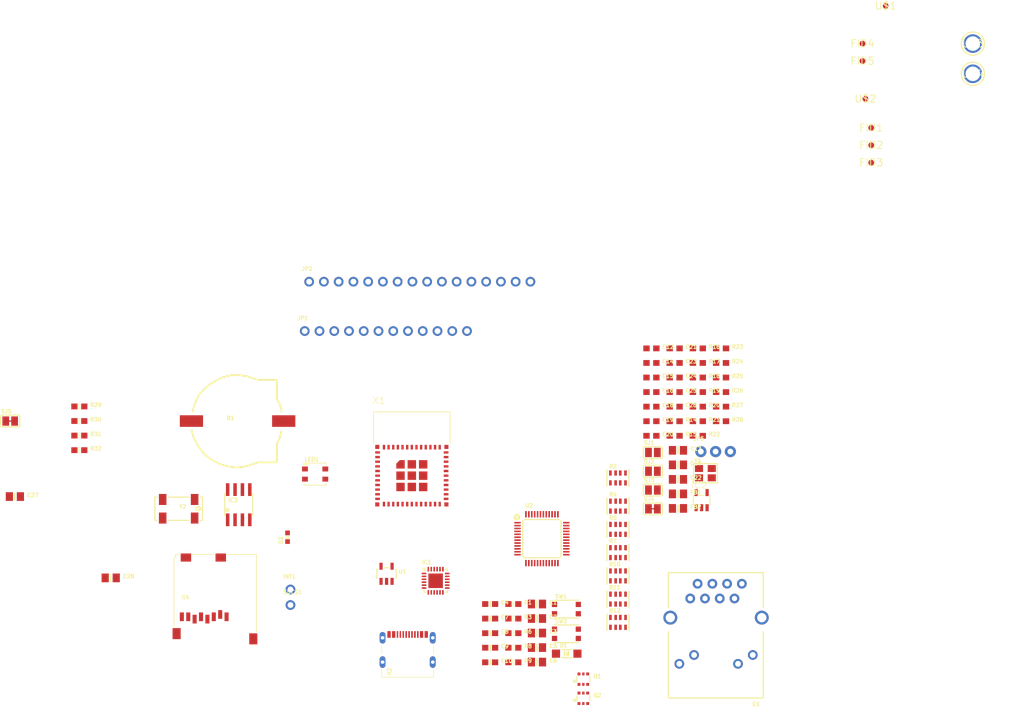
<source format=kicad_pcb>
(kicad_pcb (version 20241229) (generator "pcbnew") (generator_version "9.0")
  (title_block (title "Genesis Board") (date "2025-05-27") (rev "0.1") (company "Kingdom Metrics"))
  (layers (0 "F.Cu" signal) (2 "B.Cu" signal) (13 "F.Paste" user) (15 "B.Paste" user) (5 "F.SilkS" user "F.Silkscreen") (7 "B.SilkS" user "B.Silkscreen") (1 "F.Mask" user) (3 "B.Mask" user) (25 "Edge.Cuts" user))
  (net 0 "")
  (net 1 "/RTC/CR1220")
  (net 2 "GND")
  (net 3 "/ESP/VHI")
  (net 4 "3.3V")
  (net 5 "/ESP/~{RESET}")
  (net 6 "/ESP/3.45V")
  (net 7 "VBUS")
  (net 8 "Net-(U2-XO)")
  (net 9 "Net-(U2-XI{slash}CLKIN)")
  (net 10 "Net-(U2-1V20)")
  (net 11 "AGND")
  (net 12 "Net-(U2-TOCAP)")
  (net 13 "AVDD")
  (net 14 "/Ethernet/RX+")
  (net 15 "Net-(X3-RX+)")
  (net 16 "Net-(X3-RCT)")
  (net 17 "Net-(X3-TCT)")
  (net 18 "/Ethernet/RX-")
  (net 19 "Net-(X3-RX-)")
  (net 20 "Net-(IC3-VDD)")
  (net 21 "Net-(D2-PadA)")
  (net 30 "/ESP/RTS")
  (net 31 "/ESP/DTR")
  (net 33 "/ESP/VBUS_DET")
  (net 34 "/ESP/D-")
  (net 38 "/ESP/TXD0")
  (net 39 "/ESP/D+")
  (net 40 "/ESP/RXD0")
  (net 41 "/ESP/MISO")
  (net 42 "/Ethernet/MISO_W5500")
  (net 43 "/Ethernet/CS")
  (net 44 "Net-(IC3-XI)")
  (net 45 "/RTC/INT1")
  (net 46 "Net-(IC3-XO)")
  (net 47 "/ESP/SCL")
  (net 48 "/ESP/SDA")
  (net 49 "/ESP/IO33_A9")
  (net 50 "/ESP/IO14_A6")
  (net 51 "/ESP/IO27_A10")
  (net 52 "VBAT")
  (net 53 "/ESP/IO12_A11")
  (net 54 "/ESP/IO32_A7")
  (net 55 "/ESP/IO15_A8")
  (net 56 "/ESP/IO13_A12")
  (net 57 "/ESP/EN")
  (net 58 "/ESP/A5_IO4")
  (net 59 "/ESP/A2_I34")
  (net 60 "/ESP/A4_I36")
  (net 61 "/ESP/A0_DAC2")
  (net 62 "/ESP/A1_DAC1")
  (net 64 "/ESP/A3_I39")
  (net 65 "/ESP/I37")
  (net 66 "/ESP/TX{slash}IO8")
  (net 67 "/ESP/MOSI")
  (net 68 "/ESP/RX{slash}IO7")
  (net 69 "/ESP/SCK")
  (net 70 "/Ethernet/RESET")
  (net 71 "/Ethernet/IRQ")
  (net 73 "/ESP/GPIO0")
  (net 74 "Net-(Q1A-G)")
  (net 75 "Net-(Q2A-G)")
  (net 76 "Net-(SW1-S)")
  (net 77 "/ESP/CC2")
  (net 78 "/ESP/CC1")
  (net 79 "Net-(U2-ACTLED)")
  (net 80 "/Ethernet/YELLOWLED")
  (net 81 "Net-(U2-LINKLED)")
  (net 82 "/Ethernet/GREENLED")
  (net 83 "Net-(U2-PMODE2)")
  (net 84 "Net-(U2-PMODE1)")
  (net 85 "Net-(U2-PMODE0)")
  (net 86 "Net-(U2-EXRES1)")
  (net 87 "/Ethernet/TX-")
  (net 88 "/Ethernet/TX+")
  (net 89 "/RTC/SD_CS")
  (net 90 "/Ethernet/ETH_CS")
  (net 105 "/ESP/NEOI2C_PWR")
  (net 106 "/ESP/A13_I35")
  (footprint "Adafruit ESP32 Feather V2:0603-NO" (layer "F.Cu") (at 175.8852 140.5396)
    (property "Reference" "R9" (at 1.778 0.127 0) (layer "F.SilkS") (effects (font (size 0.666496 0.666496) (thickness 0.146304)) (justify left bottom)))
    (property "Value" "5.1K")
    (pad "1" smd rect (at -0.85 0) (size 1.075 1) (layers "F.Cu" "F.Mask" "F.Paste") (net 2 "GND"))
    (pad "2" smd rect (at 0.85 0) (size 1.075 1) (layers "F.Cu" "F.Mask" "F.Paste") (net 78 "/ESP/CC1"))
  )
  (footprint "Adafruit ESP32 Feather V2:SOT363" (layer "F.Cu") (at 187.9316 143.44)
    (property "Reference" "Q1" (at 1.651 -0.127 0) (layer "F.SilkS") (effects (font (size 0.666496 0.666496) (thickness 0.146304)) (justify left bottom)))
    (property "Value" "DUAL NPN")
    (pad "1" smd rect (at -0.75 0.9) (size 0.5 0.5) (layers "F.Cu" "F.Mask" "F.Paste") (net 31 "/ESP/DTR"))
    (pad "2" smd rect (at 0 0.9) (size 0.4 0.5) (layers "F.Cu" "F.Mask" "F.Paste") (net 74 "Net-(Q1A-G)"))
    (pad "3" smd rect (at 0.75 0.9) (size 0.5 0.5) (layers "F.Cu" "F.Mask" "F.Paste"))
    (pad "4" smd rect (at 0.75 -0.9) (size 0.5 0.5) (layers "F.Cu" "F.Mask" "F.Paste"))
    (pad "5" smd rect (at 0 -0.9) (size 0.4 0.5) (layers "F.Cu" "F.Mask" "F.Paste"))
    (pad "6" smd rect (at -0.75 -0.9) (size 0.5 0.5) (layers "F.Cu" "F.Mask" "F.Paste") (net 73 "/ESP/GPIO0"))
  )
  (footprint "Adafruit Ethernet FeatherWing:0603-NO" (layer "F.Cu") (at 211.6468 88.9912)
    (property "Reference" "R24" (at 1.778 0.127 0) (layer "F.SilkS") (effects (font (size 0.666496 0.666496) (thickness 0.146304)) (justify left bottom)))
    (property "Value" "49.9")
    (pad "1" smd rect (at -0.85 0) (size 1.1 1) (layers "F.Cu" "F.Mask" "F.Paste") (net 16 "Net-(X3-RCT)"))
    (pad "2" smd rect (at 0.85 0) (size 1.1 1) (layers "F.Cu" "F.Mask" "F.Paste") (net 14 "/Ethernet/RX+"))
  )
  (footprint "Adafruit ESP32 Feather V2:0805-NO" (layer "F.Cu") (at 179.95 135.5)
    (property "Reference" "C3" (at 2.032 0.127 0) (layer "F.SilkS") (effects (font (size 0.666496 0.666496) (thickness 0.146304)) (justify left bottom)))
    (property "Value" "10uF")
    (pad "1" smd rect (at -0.95 0) (size 1.24 1.5) (layers "F.Cu" "F.Mask" "F.Paste") (net 4 "3.3V"))
    (pad "2" smd rect (at 0.95 0) (size 1.24 1.5) (layers "F.Cu" "F.Mask" "F.Paste") (net 2 "GND"))
  )
  (footprint "Adafruit ESP32 Feather V2:CHIPLED_0603_NOOUTLINE" (layer "F.Cu") (at 137 119)
    (property "Reference" "D2" (at -0.762 1.27 90) (layer "F.SilkS") (effects (font (size 0.666496 0.666496) (thickness 0.146304)) (justify left bottom)))
    (property "Value" "RED")
    (pad "A" smd rect (at 0 0.75) (size 0.8 0.8) (layers "F.Cu" "F.Mask" "F.Paste") (net 21 "Net-(D2-PadA)"))
    (pad "C" smd rect (at 0 -0.75) (size 0.8 0.8) (layers "F.Cu" "F.Mask" "F.Paste") (net 2 "GND"))
  )
  (footprint "Adafruit ESP32 Feather V2:SOT23-5" (layer "F.Cu") (at 154.05 125.3001)
    (property "Reference" "U1" (at 1.978 0 0) (layer "F.SilkS") (effects (font (size 0.666496 0.666496) (thickness 0.146304)) (justify left bottom)))
    (property "Value" "AP2112-3.3")
    (pad "1" smd rect (at -0.95 1.3001) (size 0.55 1.2) (layers "F.Cu" "F.Mask" "F.Paste") (net 3 "/ESP/VHI"))
    (pad "2" smd rect (at 0 1.3001) (size 0.55 1.2) (layers "F.Cu" "F.Mask" "F.Paste") (net 2 "GND"))
    (pad "3" smd rect (at 0.95 1.3001) (size 0.55 1.2) (layers "F.Cu" "F.Mask" "F.Paste") (net 57 "/ESP/EN"))
    (pad "4" smd rect (at 0.95 -1.3001) (size 0.55 1.2) (layers "F.Cu" "F.Mask" "F.Paste"))
    (pad "5" smd rect (at -0.95 -1.3001) (size 0.55 1.2) (layers "F.Cu" "F.Mask" "F.Paste") (net 4 "3.3V"))
  )
  (footprint "Adafruit ESP32 Feather V2:RESPACK_4X0603" (layer "F.Cu") (at 193.9 113.6468)
    (property "Reference" "R4" (at -1.6 -1.6 0) (layer "F.SilkS") (effects (font (size 0.666496 0.666496) (thickness 0.146304)) (justify left bottom)))
    (property "Value" "10K")
    (pad "1" smd rect (at -1.3 0.85) (size 0.45 0.9) (layers "F.Cu" "F.Mask" "F.Paste") (net 74 "Net-(Q1A-G)"))
    (pad "2" smd rect (at -0.4 0.85) (size 0.45 0.9) (layers "F.Cu" "F.Mask" "F.Paste"))
    (pad "3" smd rect (at 0.4 0.85) (size 0.45 0.9) (layers "F.Cu" "F.Mask" "F.Paste"))
    (pad "4" smd rect (at 1.3 0.85) (size 0.45 0.9) (layers "F.Cu" "F.Mask" "F.Paste"))
    (pad "5" smd rect (at 1.3 -0.85) (size 0.45 0.9) (layers "F.Cu" "F.Mask" "F.Paste"))
    (pad "6" smd rect (at 0.4 -0.85) (size 0.45 0.9) (layers "F.Cu" "F.Mask" "F.Paste"))
    (pad "7" smd rect (at -0.4 -0.85) (size 0.45 0.9) (layers "F.Cu" "F.Mask" "F.Paste"))
    (pad "8" smd rect (at -1.3 -0.85) (size 0.45 0.9) (layers "F.Cu" "F.Mask" "F.Paste") (net 30 "/ESP/RTS"))
  )
  (footprint "Adafruit Ethernet FeatherWing:0805-NO" (layer "F.Cu") (at 204.228 104.038)
    (property "Reference" "C13" (at 2.032 0.127 0) (layer "F.SilkS") (effects (font (size 0.666496 0.666496) (thickness 0.146304)) (justify left bottom)))
    (property "Value" "10uF")
    (pad "1" smd rect (at -0.95 0) (size 1.24 1.5) (layers "F.Cu" "F.Mask" "F.Paste") (net 4 "3.3V"))
    (pad "2" smd rect (at 0.95 0) (size 1.24 1.5) (layers "F.Cu" "F.Mask" "F.Paste") (net 2 "GND"))
  )
  (footprint "adalogger featherwing:SOIC8_150MIL" (layer "F.Cu") (at 128.595 113.4)
    (property "Reference" "IC3" (at -1.905 -0.381 0) (layer "F.SilkS") (effects (font (size 0.666496 0.666496) (thickness 0.146304)) (justify left bottom)))
    (property "Value" "PCF8523T")
    (pad "1" smd rect (at -1.905 2.6) (size 0.6 2.2) (layers "F.Cu" "F.Mask" "F.Paste") (net 44 "Net-(IC3-XI)"))
    (pad "2" smd rect (at -0.635 2.6) (size 0.6 2.2) (layers "F.Cu" "F.Mask" "F.Paste") (net 46 "Net-(IC3-XO)"))
    (pad "3" smd rect (at 0.635 2.6) (size 0.6 2.2) (layers "F.Cu" "F.Mask" "F.Paste") (net 1 "/RTC/CR1220"))
    (pad "4" smd rect (at 1.905 2.6) (size 0.6 2.2) (layers "F.Cu" "F.Mask" "F.Paste") (net 2 "GND"))
    (pad "5" smd rect (at 1.905 -2.6) (size 0.6 2.2) (layers "F.Cu" "F.Mask" "F.Paste") (net 48 "/ESP/SDA"))
    (pad "6" smd rect (at 0.635 -2.6) (size 0.6 2.2) (layers "F.Cu" "F.Mask" "F.Paste") (net 47 "/ESP/SCL"))
    (pad "7" smd rect (at -0.635 -2.6) (size 0.6 2.2) (layers "F.Cu" "F.Mask" "F.Paste") (net 45 "/RTC/INT1"))
    (pad "8" smd rect (at -1.905 -2.6) (size 0.6 2.2) (layers "F.Cu" "F.Mask" "F.Paste") (net 20 "Net-(IC3-VDD)"))
  )
  (footprint "Adafruit Ethernet FeatherWing:0805-NO" (layer "F.Cu") (at 204.228 109.038)
    (property "Reference" "C22" (at 2.032 0.127 0) (layer "F.SilkS") (effects (font (size 0.666496 0.666496) (thickness 0.146304)) (justify left bottom)))
    (property "Value" "10uF")
    (pad "1" smd rect (at -0.95 0) (size 1.24 1.5) (layers "F.Cu" "F.Mask" "F.Paste") (net 13 "AVDD"))
    (pad "2" smd rect (at 0.95 0) (size 1.24 1.5) (layers "F.Cu" "F.Mask" "F.Paste") (net 11 "AGND"))
  )
  (footprint "Adafruit Ethernet FeatherWing:0603-NO" (layer "F.Cu") (at 199.6564 101.5352)
    (property "Reference" "C20" (at 1.778 0.127 0) (layer "F.SilkS") (effects (font (size 0.666496 0.666496) (thickness 0.146304)) (justify left bottom)))
    (property "Value" "0.1uF")
    (pad "1" smd rect (at -0.85 0) (size 1.1 1) (layers "F.Cu" "F.Mask" "F.Paste") (net 13 "AVDD"))
    (pad "2" smd rect (at 0.85 0) (size 1.1 1) (layers "F.Cu" "F.Mask" "F.Paste") (net 11 "AGND"))
  )
  (footprint "adalogger featherwing:0805-NO" (layer "F.Cu") (at 90.05 112)
    (property "Reference" "C27" (at 2.032 0.127 0) (layer "F.SilkS") (effects (font (size 0.666496 0.666496) (thickness 0.146304)) (justify left bottom)))
    (property "Value" "10uF")
    (pad "1" smd rect (at -0.95 0) (size 1.24 1.5) (layers "F.Cu" "F.Mask" "F.Paste") (net 20 "Net-(IC3-VDD)"))
    (pad "2" smd rect (at 0.95 0) (size 1.24 1.5) (layers "F.Cu" "F.Mask" "F.Paste") (net 2 "GND"))
  )
  (footprint "Adafruit Ethernet FeatherWing:0603-NO" (layer "F.Cu") (at 199.6564 91.5)
    (property "Reference" "C15" (at 1.778 0.127 0) (layer "F.SilkS") (effects (font (size 0.666496 0.666496) (thickness 0.146304)) (justify left bottom)))
    (property "Value" "0.1uF")
    (pad "1" smd rect (at -0.85 0) (size 1.1 1) (layers "F.Cu" "F.Mask" "F.Paste") (net 4 "3.3V"))
    (pad "2" smd rect (at 0.85 0) (size 1.1 1) (layers "F.Cu" "F.Mask" "F.Paste") (net 2 "GND"))
  )
  (footprint "adalogger featherwing:0603-NO" (layer "F.Cu") (at 101.15 104.0088)
    (property "Reference" "R32" (at 1.778 0.127 0) (layer "F.SilkS") (effects (font (size 0.666496 0.666496) (thickness 0.146304)) (justify left bottom)))
    (property "Value" "10K")
    (pad "1" smd rect (at -0.85 0) (size 1.075 1) (layers "F.Cu" "F.Mask" "F.Paste") (net 48 "/ESP/SDA"))
    (pad "2" smd rect (at 0.85 0) (size 1.075 1) (layers "F.Cu" "F.Mask" "F.Paste") (net 4 "3.3V"))
  )
  (footprint "Adafruit Ethernet FeatherWing:0603-NO" (layer "F.Cu") (at 203.6532 94.0088)
    (property "Reference" "C25" (at 1.778 0.127 0) (layer "F.SilkS") (effects (font (size 0.666496 0.666496) (thickness 0.146304)) (justify left bottom)))
    (property "Value" "10nF")
    (pad "1" smd rect (at -0.85 0) (size 1.1 1) (layers "F.Cu" "F.Mask" "F.Paste") (net 17 "Net-(X3-TCT)"))
    (pad "2" smd rect (at 0.85 0) (size 1.1 1) (layers "F.Cu" "F.Mask" "F.Paste") (net 11 "AGND"))
  )
  (footprint "adalogger featherwing:CRYSTAL_8X3.8" (layer "F.Cu") (at 118.25 114.1)
    (property "Reference" "Y2" (at 0 0 0) (layer "F.SilkS") (effects (font (size 0.666496 0.666496) (thickness 0.146304)) (justify left bottom)))
    (property "Value" "32khz")
    (pad "P$1" smd rect (at -2.75 1.6) (size 1.3 1.9) (layers "F.Cu" "F.Mask" "F.Paste") (net 46 "Net-(IC3-XO)"))
    (pad "P$2" smd rect (at 2.75 1.6) (size 1.3 1.9) (layers "F.Cu" "F.Mask" "F.Paste"))
    (pad "P$3" smd rect (at 2.75 -1.6) (size 1.3 1.9) (layers "F.Cu" "F.Mask" "F.Paste"))
    (pad "P$4" smd rect (at -2.75 -1.6) (size 1.3 1.9) (layers "F.Cu" "F.Mask" "F.Paste") (net 44 "Net-(IC3-XI)"))
  )
  (footprint "Adafruit Ethernet FeatherWing:0603-NO" (layer "F.Cu") (at 207.65 96.5176)
    (property "Reference" "R20" (at 1.778 0.127 0) (layer "F.SilkS") (effects (font (size 0.666496 0.666496) (thickness 0.146304)) (justify left bottom)))
    (property "Value" "10K")
    (pad "1" smd rect (at -0.85 0) (size 1.1 1) (layers "F.Cu" "F.Mask" "F.Paste") (net 4 "3.3V"))
    (pad "2" smd rect (at 0.85 0) (size 1.1 1) (layers "F.Cu" "F.Mask" "F.Paste") (net 84 "Net-(U2-PMODE1)"))
  )
  (footprint "Adafruit Ethernet FeatherWing:LQFP48" (layer "F.Cu") (at 180.8 119.25)
    (property "Reference" "U2" (at -2.974 -5.3001 0) (layer "F.SilkS") (effects (font (size 0.666496 0.666496) (thickness 0.146304)) (justify left bottom)))
    (property "Value" "W5500")
    (pad "1" smd rect (at -4.2 -2.75) (size 1.1 0.285) (layers "F.Cu" "F.Paste") (net 87 "/Ethernet/TX-"))
    (pad "2" smd rect (at -4.2 -2.25) (size 1.1 0.285) (layers "F.Cu" "F.Paste") (net 88 "/Ethernet/TX+"))
    (pad "3" smd rect (at -4.2 -1.75) (size 1.1 0.285) (layers "F.Cu" "F.Paste") (net 11 "AGND"))
    (pad "4" smd rect (at -4.2 -1.25) (size 1.1 0.285) (layers "F.Cu" "F.Paste") (net 13 "AVDD"))
    (pad "5" smd rect (at -4.2 -0.75) (size 1.1 0.285) (layers "F.Cu" "F.Paste") (net 18 "/Ethernet/RX-"))
    (pad "6" smd rect (at -4.2 -0.25) (size 1.1 0.285) (layers "F.Cu" "F.Paste") (net 14 "/Ethernet/RX+"))
    (pad "7" smd rect (at -4.2 0.25) (size 1.1 0.285) (layers "F.Cu" "F.Paste"))
    (pad "8" smd rect (at -4.2 0.75) (size 1.1 0.285) (layers "F.Cu" "F.Paste") (net 13 "AVDD"))
    (pad "9" smd rect (at -4.2 1.25) (size 1.1 0.285) (layers "F.Cu" "F.Paste") (net 11 "AGND"))
    (pad "10" smd rect (at -4.2 1.75) (size 1.1 0.285) (layers "F.Cu" "F.Paste") (net 86 "Net-(U2-EXRES1)"))
    (pad "11" smd rect (at -4.2 2.25) (size 1.1 0.285) (layers "F.Cu" "F.Paste") (net 13 "AVDD"))
    (pad "12" smd rect (at -4.2 2.75) (size 1.1 0.285) (layers "F.Cu" "F.Paste"))
    (pad "13" smd rect (at -2.75 4.2) (size 0.285 1.1) (layers "F.Cu" "F.Paste"))
    (pad "14" smd rect (at -2.25 4.2) (size 0.285 1.1) (layers "F.Cu" "F.Paste") (net 11 "AGND"))
    (pad "15" smd rect (at -1.75 4.2) (size 0.285 1.1) (layers "F.Cu" "F.Paste") (net 13 "AVDD"))
    (pad "16" smd rect (at -1.25 4.2) (size 0.285 1.1) (layers "F.Cu" "F.Paste") (net 11 "AGND"))
    (pad "17" smd rect (at -0.75 4.2) (size 0.285 1.1) (layers "F.Cu" "F.Paste") (net 13 "AVDD"))
    (pad "18" smd rect (at -0.25 4.2) (size 0.285 1.1) (layers "F.Cu" "F.Paste"))
    (pad "19" smd rect (at 0.25 4.2) (size 0.285 1.1) (layers "F.Cu" "F.Paste") (net 11 "AGND"))
    (pad "20" smd rect (at 0.75 4.2) (size 0.285 1.1) (layers "F.Cu" "F.Paste") (net 12 "Net-(U2-TOCAP)"))
    (pad "21" smd rect (at 1.25 4.2) (size 0.285 1.1) (layers "F.Cu" "F.Paste") (net 13 "AVDD"))
    (pad "22" smd rect (at 1.75 4.2) (size 0.285 1.1) (layers "F.Cu" "F.Paste") (net 10 "Net-(U2-1V20)"))
    (pad "23" smd rect (at 2.25 4.2) (size 0.285 1.1) (layers "F.Cu" "F.Paste") (net 2 "GND"))
    (pad "24" smd rect (at 2.75 4.2) (size 0.285 1.1) (layers "F.Cu" "F.Paste"))
    (pad "25" smd rect (at 4.2 2.75) (size 1.1 0.285) (layers "F.Cu" "F.Paste") (net 81 "Net-(U2-LINKLED)"))
    (pad "26" smd rect (at 4.2 2.25) (size 1.1 0.285) (layers "F.Cu" "F.Paste"))
    (pad "27" smd rect (at 4.2 1.75) (size 1.1 0.285) (layers "F.Cu" "F.Paste") (net 79 "Net-(U2-ACTLED)"))
    (pad "28" smd rect (at 4.2 1.25) (size 1.1 0.285) (layers "F.Cu" "F.Paste") (net 4 "3.3V"))
    (pad "29" smd rect (at 4.2 0.75) (size 1.1 0.285) (layers "F.Cu" "F.Paste") (net 2 "GND"))
    (pad "30" smd rect (at 4.2 0.25) (size 1.1 0.285) (layers "F.Cu" "F.Paste") (net 9 "Net-(U2-XI{slash}CLKIN)"))
    (pad "31" smd rect (at 4.2 -0.25) (size 1.1 0.285) (layers "F.Cu" "F.Paste") (net 8 "Net-(U2-XO)"))
    (pad "32" smd rect (at 4.2 -0.75) (size 1.1 0.285) (layers "F.Cu" "F.Paste") (net 43 "/Ethernet/CS"))
    (pad "33" smd rect (at 4.2 -1.25) (size 1.1 0.285) (layers "F.Cu" "F.Paste") (net 69 "/ESP/SCK"))
    (pad "34" smd rect (at 4.2 -1.75) (size 1.1 0.285) (layers "F.Cu" "F.Paste") (net 42 "/Ethernet/MISO_W5500"))
    (pad "35" smd rect (at 4.2 -2.25) (size 1.1 0.285) (layers "F.Cu" "F.Paste") (net 67 "/ESP/MOSI"))
    (pad "36" smd rect (at 4.2 -2.75) (size 1.1 0.285) (layers "F.Cu" "F.Paste") (net 71 "/Ethernet/IRQ"))
    (pad "37" smd rect (at 2.75 -4.2) (size 0.285 1.1) (layers "F.Cu" "F.Paste") (net 70 "/Ethernet/RESET"))
    (pad "38" smd rect (at 2.25 -4.2) (size 0.285 1.1) (layers "F.Cu" "F.Paste"))
    (pad "39" smd rect (at 1.75 -4.2) (size 0.285 1.1) (layers "F.Cu" "F.Paste"))
    (pad "40" smd rect (at 1.25 -4.2) (size 0.285 1.1) (layers "F.Cu" "F.Paste"))
    (pad "41" smd rect (at 0.75 -4.2) (size 0.285 1.1) (layers "F.Cu" "F.Paste"))
    (pad "42" smd rect (at 0.25 -4.2) (size 0.285 1.1) (layers "F.Cu" "F.Paste"))
    (pad "43" smd rect (at -0.25 -4.2) (size 0.285 1.1) (layers "F.Cu" "F.Paste") (net 83 "Net-(U2-PMODE2)"))
    (pad "44" smd rect (at -0.75 -4.2) (size 0.285 1.1) (layers "F.Cu" "F.Paste") (net 84 "Net-(U2-PMODE1)"))
    (pad "45" smd rect (at -1.25 -4.2) (size 0.285 1.1) (layers "F.Cu" "F.Paste") (net 85 "Net-(U2-PMODE0)"))
    (pad "46" smd rect (at -1.75 -4.2) (size 0.285 1.1) (layers "F.Cu" "F.Paste"))
    (pad "47" smd rect (at -2.25 -4.2) (size 0.285 1.1) (layers "F.Cu" "F.Paste"))
    (pad "48" smd rect (at -2.75 -4.2) (size 0.28 1.1) (layers "F.Cu" "F.Paste") (net 11 "AGND"))
  )
  (footprint "Adafruit ESP32 Feather V2:1X16_ROUND" (layer "F.Cu") (at 159.77 75)
    (property "Reference" "JP2" (at -20.3962 -1.8288 0) (layer "F.SilkS") (effects (font (size 0.666496 0.666496) (thickness 0.146304)) (justify left bottom)))
    (property "Value" "HEADER-1X16ROUND")
    (pad "1" thru_hole circle (at -19.05 0 90) (size 1.6764 1.6764) (drill 1) (layers "*.Cu" "*.Mask") (net 65 "/ESP/I37"))
    (pad "2" thru_hole circle (at -16.51 0 90) (size 1.6764 1.6764) (drill 1) (layers "*.Cu" "*.Mask") (net 66 "/ESP/TX{slash}IO8"))
    (pad "3" thru_hole circle (at -13.97 0 90) (size 1.6764 1.6764) (drill 1) (layers "*.Cu" "*.Mask") (net 68 "/ESP/RX{slash}IO7"))
    (pad "4" thru_hole circle (at -11.43 0 90) (size 1.6764 1.6764) (drill 1) (layers "*.Cu" "*.Mask") (net 41 "/ESP/MISO"))
    (pad "5" thru_hole circle (at -8.89 0 90) (size 1.6764 1.6764) (drill 1) (layers "*.Cu" "*.Mask") (net 67 "/ESP/MOSI"))
    (pad "6" thru_hole circle (at -6.35 0 90) (size 1.6764 1.6764) (drill 1) (layers "*.Cu" "*.Mask") (net 69 "/ESP/SCK"))
    (pad "7" thru_hole circle (at -3.81 0 90) (size 1.6764 1.6764) (drill 1) (layers "*.Cu" "*.Mask") (net 58 "/ESP/A5_IO4"))
    (pad "8" thru_hole circle (at -1.27 0 90) (size 1.6764 1.6764) (drill 1) (layers "*.Cu" "*.Mask") (net 60 "/ESP/A4_I36"))
    (pad "9" thru_hole circle (at 1.27 0 90) (size 1.6764 1.6764) (drill 1) (layers "*.Cu" "*.Mask") (net 64 "/ESP/A3_I39"))
    (pad "10" thru_hole circle (at 3.81 0 90) (size 1.6764 1.6764) (drill 1) (layers "*.Cu" "*.Mask") (net 59 "/ESP/A2_I34"))
    (pad "11" thru_hole circle (at 6.35 0 90) (size 1.6764 1.6764) (drill 1) (layers "*.Cu" "*.Mask") (net 62 "/ESP/A1_DAC1"))
    (pad "12" thru_hole circle (at 8.89 0 90) (size 1.6764 1.6764) (drill 1) (layers "*.Cu" "*.Mask") (net 61 "/ESP/A0_DAC2"))
    (pad "13" thru_hole circle (at 11.43 0 90) (size 1.6764 1.6764) (drill 1) (layers "*.Cu" "*.Mask") (net 2 "GND"))
    (pad "14" thru_hole circle (at 13.97 0 90) (size 1.6764 1.6764) (drill 1) (layers "*.Cu" "*.Mask"))
    (pad "15" thru_hole circle (at 16.51 0 90) (size 1.6764 1.6764) (drill 1) (layers "*.Cu" "*.Mask") (net 4 "3.3V"))
    (pad "16" thru_hole circle (at 19.05 0 90) (size 1.6764 1.6764) (drill 1) (layers "*.Cu" "*.Mask") (net 5 "/ESP/~{RESET}"))
  )
  (footprint "Adafruit Ethernet FeatherWing:SOLDERJUMPER_REFLOW_NOPASTE" (layer "F.Cu") (at 199.9106 107.6408)
    (property "Reference" "SJ2" (at -1.651 -1.27 0) (layer "F.SilkS") (effects (font (size 0.666496 0.666496) (thickness 0.146304)) (justify left bottom)))
    (property "Value" "SOLDERJUMPERREFLOW_NOPASTE")
    (pad "1" smd rect (at -0.762 0) (size 1.1684 1.6002) (layers "F.Cu" "F.Mask") (net 84 "Net-(U2-PMODE1)"))
    (pad "2" smd rect (at 0.762 0) (size 1.1684 1.6002) (layers "F.Cu" "F.Mask") (net 2 "GND"))
  )
  (footprint "adalogger featherwing:FIDUCIAL_1MM" (layer "F.Cu") (at 236 34)
    (property "Reference" "FID4" (at 0 0 0) (layer "F.SilkS") (effects (font (size 1.27 1.27))))
    (property "Value" "FIDUCIAL_1MM")
    (pad "1" smd roundrect (at 0 0) (size 1 1) (layers "F.Cu" "F.Mask") (roundrect_rratio 0.5))
  )
  (footprint "Adafruit ESP32 Feather V2:RESPACK_4X0603" (layer "F.Cu") (at 193.9 121.6532)
    (property "Reference" "R7" (at -1.6 -1.6 0) (layer "F.SilkS") (effects (font (size 0.666496 0.666496) (thickness 0.146304)) (justify left bottom)))
    (property "Value" "10K")
    (pad "1" smd rect (at -1.3 0.85) (size 0.45 0.9) (layers "F.Cu" "F.Mask" "F.Paste") (net 4 "3.3V"))
    (pad "2" smd rect (at -0.4 0.85) (size 0.45 0.9) (layers "F.Cu" "F.Mask" "F.Paste"))
    (pad "3" smd rect (at 0.4 0.85) (size 0.45 0.9) (layers "F.Cu" "F.Mask" "F.Paste"))
    (pad "4" smd rect (at 1.3 0.85) (size 0.45 0.9) (layers "F.Cu" "F.Mask" "F.Paste"))
    (pad "5" smd rect (at 1.3 -0.85) (size 0.45 0.9) (layers "F.Cu" "F.Mask" "F.Paste"))
    (pad "6" smd rect (at 0.4 -0.85) (size 0.45 0.9) (layers "F.Cu" "F.Mask" "F.Paste"))
    (pad "7" smd rect (at -0.4 -0.85) (size 0.45 0.9) (layers "F.Cu" "F.Mask" "F.Paste"))
    (pad "8" smd rect (at -1.3 -0.85) (size 0.45 0.9) (layers "F.Cu" "F.Mask" "F.Paste") (net 5 "/ESP/~{RESET}"))
  )
  (footprint "Adafruit Ethernet FeatherWing:0805-NO" (layer "F.Cu") (at 204.228 114.038)
    (property "Reference" "FB2" (at 2.032 0.127 0) (layer "F.SilkS") (effects (font (size 0.666496 0.666496) (thickness 0.146304)) (justify left bottom)))
    (property "Value" "ferrite")
    (pad "1" smd rect (at -0.95 0) (size 1.24 1.5) (layers "F.Cu" "F.Mask" "F.Paste") (net 2 "GND"))
    (pad "2" smd rect (at 0.95 0) (size 1.24 1.5) (layers "F.Cu" "F.Mask" "F.Paste") (net 11 "AGND"))
  )
  (footprint "Adafruit ESP32 Feather V2:0603-NO" (layer "F.Cu") (at 171.8884 135.522)
    (property "Reference" "C8" (at 1.778 0.127 0) (layer "F.SilkS") (effects (font (size 0.666496 0.666496) (thickness 0.146304)) (justify left bottom)))
    (property "Value" "0.1uF")
    (pad "1" smd rect (at -0.85 0) (size 1.075 1) (layers "F.Cu" "F.Mask" "F.Paste") (net 6 "/ESP/3.45V"))
    (pad "2" smd rect (at 0.85 0) (size 1.075 1) (layers "F.Cu" "F.Mask" "F.Paste") (net 2 "GND"))
  )
  (footprint "Adafruit Ethernet FeatherWing:RJ45_PULSEJACK" (layer "F.Cu") (at 210.785 135.9 180)
    (property "Reference" "X3" (at -7.62 -11.43 180) (layer "F.SilkS") (effects (font (size 0.666496 0.666496) (thickness 0.146304)) (justify left bottom)))
    (property "Value" "RB1-125BAG1A")
    (pad "" np_thru_hole circle (at -5.715 0 180) (size 3.2 3.2) (drill 3.2) (layers "*.Cu" "*.Mask"))
    (pad "" np_thru_hole circle (at 5.715 0 180) (size 3.2 3.2) (drill 3.2) (layers "*.Cu" "*.Mask"))
    (pad "1" thru_hole circle (at 4.445 6.35 180) (size 1.6764 1.6764) (drill 0.9) (layers "*.Cu" "*.Mask") (net 88 "/Ethernet/TX+"))
    (pad "2" thru_hole circle (at 3.175 8.89 180) (size 1.6764 1.6764) (drill 0.9) (layers "*.Cu" "*.Mask") (net 87 "/Ethernet/TX-"))
    (pad "3" thru_hole circle (at 1.905 6.35 180) (size 1.6764 1.6764) (drill 0.9) (layers "*.Cu" "*.Mask") (net 17 "Net-(X3-TCT)"))
    (pad "4" thru_hole circle (at 0.635 8.89 180) (size 1.6764 1.6764) (drill 0.9) (layers "*.Cu" "*.Mask") (net 2 "GND"))
    (pad "5" thru_hole circle (at -0.635 6.35 180) (size 1.6764 1.6764) (drill 0.9) (layers "*.Cu" "*.Mask") (net 2 "GND"))
    (pad "6" thru_hole circle (at -1.905 8.89 180) (size 1.6764 1.6764) (drill 0.9) (layers "*.Cu" "*.Mask") (net 16 "Net-(X3-RCT)"))
    (pad "7" thru_hole circle (at -3.175 6.35 180) (size 1.6764 1.6764) (drill 0.9) (layers "*.Cu" "*.Mask") (net 15 "Net-(X3-RX+)"))
    (pad "8" thru_hole circle (at -4.445 8.89 180) (size 1.6764 1.6764) (drill 0.9) (layers "*.Cu" "*.Mask") (net 19 "Net-(X3-RX-)"))
    (pad "9" thru_hole circle (at 6.325 -4.9 180) (size 1.6764 1.6764) (drill 1) (layers "*.Cu" "*.Mask") (net 82 "/Ethernet/GREENLED"))
    (pad "10" thru_hole circle (at 3.785 -3.38 180) (size 1.6764 1.6764) (drill 1) (layers "*.Cu" "*.Mask") (net 4 "3.3V"))
    (pad "11" thru_hole circle (at -3.785 -4.9 180) (size 1.6764 1.6764) (drill 1) (layers "*.Cu" "*.Mask") (net 80 "/Ethernet/YELLOWLED"))
    (pad "12" thru_hole circle (at -6.325 -3.38 180) (size 1.6764 1.6764) (drill 1) (layers "*.Cu" "*.Mask") (net 4 "3.3V"))
    (pad "P$5" thru_hole circle (at -7.875 3.05 180) (size 2.4 2.4) (drill 1.6) (layers "*.Cu" "*.Mask"))
    (pad "P$6" thru_hole circle (at 7.875 3.05 180) (size 2.4 2.4) (drill 1.6) (layers "*.Cu" "*.Mask"))
  )
  (footprint "Adafruit Ethernet FeatherWing:FIDUCIAL_1MM" (layer "F.Cu") (at 237.5 48.5)
    (property "Reference" "FID1" (at 0 0 0) (layer "F.SilkS") (effects (font (size 1.27 1.27))))
    (property "Value" "FIDUCIAL\"\"")
    (pad "1" smd roundrect (at 0 0) (size 1 1) (layers "F.Cu" "F.Mask") (roundrect_rratio 0.5))
  )
  (footprint "Adafruit ESP32 Feather V2:RESPACK_4X0603" (layer "F.Cu") (at 193.9 117.65)
    (property "Reference" "R5" (at -1.6 -1.6 0) (layer "F.SilkS") (effects (font (size 0.666496 0.666496) (thickness 0.146304)) (justify left bottom)))
    (property "Value" "10K")
    (pad "1" smd rect (at -1.3 0.85) (size 0.45 0.9) (layers "F.Cu" "F.Mask" "F.Paste") (net 31 "/ESP/DTR"))
    (pad "2" smd rect (at -0.4 0.85) (size 0.45 0.9) (layers "F.Cu" "F.Mask" "F.Paste"))
    (pad "3" smd rect (at 0.4 0.85) (size 0.45 0.9) (layers "F.Cu" "F.Mask" "F.Paste"))
    (pad "4" smd rect (at 1.3 0.85) (size 0.45 0.9) (layers "F.Cu" "F.Mask" "F.Paste"))
    (pad "5" smd rect (at 1.3 -0.85) (size 0.45 0.9) (layers "F.Cu" "F.Mask" "F.Paste"))
    (pad "6" smd rect (at 0.4 -0.85) (size 0.45 0.9) (layers "F.Cu" "F.Mask" "F.Paste"))
    (pad "7" smd rect (at -0.4 -0.85) (size 0.45 0.9) (layers "F.Cu" "F.Mask" "F.Paste"))
    (pad "8" smd rect (at -1.3 -0.85) (size 0.45 0.9) (layers "F.Cu" "F.Mask" "F.Paste") (net 75 "Net-(Q2A-G)"))
  )
  (footprint "adalogger featherwing:0603-NO" (layer "F.Cu") (at 101.15 96.4824)
    (property "Reference" "R29" (at 1.778 0.127 0) (layer "F.SilkS") (effects (font (size 0.666496 0.666496) (thickness 0.146304)) (justify left bottom)))
    (property "Value" "1K")
    (pad "1" smd rect (at -0.85 0) (size 1.075 1) (layers "F.Cu" "F.Mask" "F.Paste") (net 4 "3.3V"))
    (pad "2" smd rect (at 0.85 0) (size 1.075 1) (layers "F.Cu" "F.Mask" "F.Paste") (net 20 "Net-(IC3-VDD)"))
  )
  (footprint "Adafruit Ethernet FeatherWing:0603-NO" (layer "F.Cu") (at 199.6564 94.0088)
    (property "Reference" "C16" (at 1.778 0.127 0) (layer "F.SilkS") (effects (font (size 0.666496 0.666496) (thickness 0.146304)) (justify left bottom)))
    (property "Value" "0.1uF")
    (pad "1" smd rect (at -0.85 0) (size 1.1 1) (layers "F.Cu" "F.Mask" "F.Paste") (net 10 "Net-(U2-1V20)"))
    (pad "2" smd rect (at 0.85 0) (size 1.1 1) (layers "F.Cu" "F.Mask" "F.Paste") (net 11 "AGND"))
  )
  (footprint "Adafruit ESP32 Feather V2:ESP32-PICO-MINI" (layer "F.Cu") (at 158.4 108.4)
    (property "Reference" "X1" (at -6.85 -12.25 0) (layer "F.SilkS") (effects (font (size 1.1684 1.1684) (thickness 0.1016)) (justify left bottom)))
    (property "Value" "ESP32-PICO-MINI-02MINI")
    (fp_poly (pts (xy -1.22 -1.22) (xy -2.68 -1.22) (xy -2.68 -2.077071) (xy -2.077071 -2.68) (xy -1.22 -2.68)) (fill yes) (layer "F.Cu"))
    (pad "1" smd rect (at -5.9 -4) (size 0.8 0.4) (layers "F.Cu" "F.Mask" "F.Paste") (net 2 "GND"))
    (pad "2" smd rect (at -5.9 -3.2) (size 0.8 0.4) (layers "F.Cu" "F.Mask" "F.Paste") (net 2 "GND"))
    (pad "3" smd rect (at -5.9 -2.4) (size 0.8 0.4) (layers "F.Cu" "F.Mask" "F.Paste") (net 4 "3.3V"))
    (pad "4" smd rect (at -5.9 -1.6) (size 0.8 0.4) (layers "F.Cu" "F.Mask" "F.Paste") (net 60 "/ESP/A4_I36"))
    (pad "5" smd rect (at -5.9 -0.8) (size 0.8 0.4) (layers "F.Cu" "F.Mask" "F.Paste") (net 65 "/ESP/I37"))
    (pad "6" smd rect (at -5.9 0) (size 0.8 0.4) (layers "F.Cu" "F.Mask" "F.Paste") (net 76 "Net-(SW1-S)"))
    (pad "7" smd rect (at -5.9 0.8) (size 0.8 0.4) (layers "F.Cu" "F.Mask" "F.Paste") (net 64 "/ESP/A3_I39"))
    (pad "8" smd rect (at -5.9 1.6) (size 0.8 0.4) (layers "F.Cu" "F.Mask" "F.Paste") (net 5 "/ESP/~{RESET}"))
    (pad "9" smd rect (at -5.9 2.4) (size 0.8 0.4) (layers "F.Cu" "F.Mask" "F.Paste") (net 59 "/ESP/A2_I34"))
    (pad "10" smd rect (at -5.9 3.2) (size 0.8 0.4) (layers "F.Cu" "F.Mask" "F.Paste") (net 106 "/ESP/A13_I35"))
    (pad "11" smd rect (at -5.9 4) (size 0.8 0.4) (layers "F.Cu" "F.Mask" "F.Paste") (net 2 "GND"))
    (pad "12" smd rect (at -4.8 4.9) (size 0.4 0.8) (layers "F.Cu" "F.Mask" "F.Paste") (net 54 "/ESP/IO32_A7"))
    (pad "13" smd rect (at -4 4.9) (size 0.4 0.8) (layers "F.Cu" "F.Mask" "F.Paste") (net 49 "/ESP/IO33_A9"))
    (pad "14" smd rect (at -3.2 4.9) (size 0.4 0.8) (layers "F.Cu" "F.Mask" "F.Paste") (net 2 "GND"))
    (pad "15" smd rect (at -2.4 4.9) (size 0.4 0.8) (layers "F.Cu" "F.Mask" "F.Paste") (net 62 "/ESP/A1_DAC1"))
    (pad "16" smd rect (at -1.6 4.9) (size 0.4 0.8) (layers "F.Cu" "F.Mask" "F.Paste") (net 61 "/ESP/A0_DAC2"))
    (pad "17" smd rect (at -0.8 4.9) (size 0.4 0.8) (layers "F.Cu" "F.Mask" "F.Paste") (net 51 "/ESP/IO27_A10"))
    (pad "18" smd rect (at 0 4.9) (size 0.4 0.8) (layers "F.Cu" "F.Mask" "F.Paste") (net 50 "/ESP/IO14_A6"))
    (pad "19" smd rect (at 0.8 4.9) (size 0.4 0.8) (layers "F.Cu" "F.Mask" "F.Paste") (net 53 "/ESP/IO12_A11"))
    (pad "20" smd rect (at 1.6 4.9) (size 0.4 0.8) (layers "F.Cu" "F.Mask" "F.Paste") (net 56 "/ESP/IO13_A12"))
    (pad "21" smd rect (at 2.4 4.9) (size 0.4 0.8) (layers "F.Cu" "F.Mask" "F.Paste") (net 55 "/ESP/IO15_A8"))
    (pad "22" smd rect (at 3.2 4.9) (size 0.4 0.8) (layers "F.Cu" "F.Mask" "F.Paste") (net 105 "/ESP/NEOI2C_PWR"))
    (pad "23" smd rect (at 4 4.9) (size 0.4 0.8) (layers "F.Cu" "F.Mask" "F.Paste") (net 73 "/ESP/GPIO0"))
    (pad "24" smd rect (at 4.8 4.9) (size 0.4 0.8) (layers "F.Cu" "F.Mask" "F.Paste") (net 58 "/ESP/A5_IO4"))
    (pad "25" smd rect (at 5.9 4) (size 0.8 0.4) (layers "F.Cu" "F.Mask" "F.Paste"))
    (pad "26" smd rect (at 5.9 3.2) (size 0.8 0.4) (layers "F.Cu" "F.Mask" "F.Paste") (net 47 "/ESP/SCL"))
    (pad "27" smd rect (at 5.9 2.4) (size 0.8 0.4) (layers "F.Cu" "F.Mask" "F.Paste") (net 68 "/ESP/RX{slash}IO7"))
    (pad "28" smd rect (at 5.9 1.6) (size 0.8 0.4) (layers "F.Cu" "F.Mask" "F.Paste") (net 66 "/ESP/TX{slash}IO8"))
    (pad "29" smd rect (at 5.9 0.8) (size 0.8 0.4) (layers "F.Cu" "F.Mask" "F.Paste") (net 69 "/ESP/SCK"))
    (pad "30" smd rect (at 5.9 0) (size 0.8 0.4) (layers "F.Cu" "F.Mask" "F.Paste") (net 40 "/ESP/RXD0"))
    (pad "31" smd rect (at 5.9 -0.8) (size 0.8 0.4) (layers "F.Cu" "F.Mask" "F.Paste") (net 38 "/ESP/TXD0"))
    (pad "32" smd rect (at 5.9 -1.6) (size 0.8 0.4) (layers "F.Cu" "F.Mask" "F.Paste"))
    (pad "33" smd rect (at 5.9 -2.4) (size 0.8 0.4) (layers "F.Cu" "F.Mask" "F.Paste") (net 67 "/ESP/MOSI"))
    (pad "34" smd rect (at 5.9 -3.2) (size 0.8 0.4) (layers "F.Cu" "F.Mask" "F.Paste") (net 48 "/ESP/SDA"))
    (pad "35" smd rect (at 5.9 -4) (size 0.8 0.4) (layers "F.Cu" "F.Mask" "F.Paste") (net 41 "/ESP/MISO"))
    (pad "36" smd rect (at 4.8 -4.9) (size 0.4 0.8) (layers "F.Cu" "F.Mask" "F.Paste") (net 2 "GND"))
    (pad "37" smd rect (at 4 -4.9) (size 0.4 0.8) (layers "F.Cu" "F.Mask" "F.Paste") (net 2 "GND"))
    (pad "38" smd rect (at 3.2 -4.9) (size 0.4 0.8) (layers "F.Cu" "F.Mask" "F.Paste") (net 2 "GND"))
    (pad "39" smd rect (at 2.4 -4.9) (size 0.4 0.8) (layers "F.Cu" "F.Mask" "F.Paste") (net 2 "GND"))
    (pad "40" smd rect (at 1.6 -4.9) (size 0.4 0.8) (layers "F.Cu" "F.Mask" "F.Paste") (net 2 "GND"))
    (pad "41" smd rect (at 0.8 -4.9) (size 0.4 0.8) (layers "F.Cu" "F.Mask" "F.Paste") (net 2 "GND"))
    (pad "42" smd rect (at 0 -4.9) (size 0.4 0.8) (layers "F.Cu" "F.Mask" "F.Paste") (net 2 "GND"))
    (pad "43" smd rect (at -0.8 -4.9) (size 0.4 0.8) (layers "F.Cu" "F.Mask" "F.Paste") (net 2 "GND"))
    (pad "44" smd rect (at -1.6 -4.9) (size 0.4 0.8) (layers "F.Cu" "F.Mask" "F.Paste") (net 2 "GND"))
    (pad "45" smd rect (at -2.4 -4.9) (size 0.4 0.8) (layers "F.Cu" "F.Mask" "F.Paste") (net 2 "GND"))
    (pad "46" smd rect (at -3.2 -4.9) (size 0.4 0.8) (layers "F.Cu" "F.Mask" "F.Paste") (net 2 "GND"))
    (pad "47" smd rect (at -4 -4.9) (size 0.4 0.8) (layers "F.Cu" "F.Mask" "F.Paste") (net 2 "GND"))
    (pad "48" smd rect (at -4.8 -4.9) (size 0.4 0.8) (layers "F.Cu" "F.Mask" "F.Paste") (net 2 "GND"))
    (pad "49" smd rect (at 0 0) (size 1.45 1.45) (layers "F.Cu" "F.Mask" "F.Paste") (net 2 "GND"))
    (pad "50" smd rect (at 5.95 -4.95) (size 0.7 0.7) (layers "F.Cu" "F.Mask" "F.Paste") (net 2 "GND"))
    (pad "51" smd rect (at 5.95 4.95) (size 0.7 0.7) (layers "F.Cu" "F.Mask" "F.Paste") (net 2 "GND"))
    (pad "52" smd rect (at -5.95 4.95) (size 0.7 0.7) (layers "F.Cu" "F.Mask" "F.Paste") (net 2 "GND"))
    (pad "53" smd rect (at -5.95 -4.95) (size 0.7 0.7) (layers "F.Cu" "F.Mask" "F.Paste") (net 2 "GND"))
    (pad "54" smd rect (at -1.95 0) (size 1.45 1.45) (layers "F.Cu" "F.Mask" "F.Paste") (net 2 "GND"))
    (pad "55" smd rect (at -1.95 1.95) (size 1.45 1.45) (layers "F.Cu" "F.Mask" "F.Paste") (net 2 "GND"))
    (pad "56" smd rect (at 0 1.95) (size 1.45 1.45) (layers "F.Cu" "F.Mask" "F.Paste") (net 2 "GND"))
    (pad "57" smd rect (at 1.95 1.95) (size 1.45 1.45) (layers "F.Cu" "F.Mask" "F.Paste") (net 2 "GND"))
    (pad "58" smd rect (at 1.95 0) (size 1.45 1.45) (layers "F.Cu" "F.Mask" "F.Paste") (net 2 "GND"))
    (pad "59" smd rect (at 1.95 -1.95) (size 1.45 1.45) (layers "F.Cu" "F.Mask" "F.Paste") (net 2 "GND"))
    (pad "60" smd rect (at 0 -1.95) (size 1.45 1.45) (layers "F.Cu" "F.Mask" "F.Paste") (net 2 "GND"))
    (pad "61" smd rect (at -1.95 -1.95) (size 0.5 0.5) (layers "F.Cu") (net 2 "GND"))
  )
  (footprint "Adafruit ESP32 Feather V2:RESPACK_4X0603" (layer "F.Cu") (at 193.9 125.6564)
    (property "Reference" "R10" (at -1.6 -1.6 0) (layer "F.SilkS") (effects (font (size 0.666496 0.666496) (thickness 0.146304)) (justify left bottom)))
    (property "Value" "47K")
    (pad "1" smd rect (at -1.3 0.85) (size 0.45 0.9) (layers "F.Cu" "F.Mask" "F.Paste") (net 33 "/ESP/VBUS_DET"))
    (pad "2" smd rect (at -0.4 0.85) (size 0.45 0.9) (layers "F.Cu" "F.Mask" "F.Paste"))
    (pad "3" smd rect (at 0.4 0.85) (size 0.45 0.9) (layers "F.Cu" "F.Mask" "F.Paste"))
    (pad "4" smd rect (at 1.3 0.85) (size 0.45 0.9) (layers "F.Cu" "F.Mask" "F.Paste"))
    (pad "5" smd rect (at 1.3 -0.85) (size 0.45 0.9) (layers "F.Cu" "F.Mask" "F.Paste"))
    (pad "6" smd rect (at 0.4 -0.85) (size 0.45 0.9) (layers "F.Cu" "F.Mask" "F.Paste"))
    (pad "7" smd rect (at -0.4 -0.85) (size 0.45 0.9) (layers "F.Cu" "F.Mask" "F.Paste"))
    (pad "8" smd rect (at -1.3 -0.85) (size 0.45 0.9) (layers "F.Cu" "F.Mask" "F.Paste") (net 7 "VBUS"))
  )
  (footprint "Adafruit Ethernet FeatherWing:0603-NO" (layer "F.Cu") (at 203.6532 88.9912)
    (property "Reference" "C23" (at 1.778 0.127 0) (layer "F.SilkS") (effects (font (size 0.666496 0.666496) (thickness 0.146304)) (justify left bottom)))
    (property "Value" "6.8nF")
    (pad "1" smd rect (at -0.85 0) (size 1.1 1) (layers "F.Cu" "F.Mask" "F.Paste") (net 15 "Net-(X3-RX+)"))
    (pad "2" smd rect (at 0.85 0) (size 1.1 1) (layers "F.Cu" "F.Mask" "F.Paste") (net 14 "/Ethernet/RX+"))
  )
  (footprint "Adafruit Ethernet FeatherWing:SOLDERJUMPER_CLOSEDWIRE" (layer "F.Cu") (at 199.9106 114.1112)
    (property "Reference" "SJ4" (at -1.651 -1.27 0) (layer "F.SilkS") (effects (font (size 0.666496 0.666496) (thickness 0.146304)) (justify left bottom)))
    (property "Value" "SOLDERJUMPERCLOSED")
    (pad "1" smd rect (at -0.762 0) (size 1.1684 1.6002) (layers "F.Cu" "F.Mask") (net 43 "/Ethernet/CS"))
    (pad "2" smd rect (at 0.762 0) (size 1.1684 1.6002) (layers "F.Cu" "F.Mask") (net 90 "/Ethernet/ETH_CS"))
    (pad "WIRE" smd rect (at 0 0) (size 0.635 0.2032) (layers "F.Cu" "F.Mask"))
  )
  (footprint "Adafruit ESP32 Feather V2:0603-NO" (layer "F.Cu") (at 171.8884 133.0132)
    (property "Reference" "C7" (at 1.778 0.127 0) (layer "F.SilkS") (effects (font (size 0.666496 0.666496) (thickness 0.146304)) (justify left bottom)))
    (property "Value" "1uF")
    (pad "1" smd rect (at -0.85 0) (size 1.075 1) (layers "F.Cu" "F.Mask" "F.Paste") (net 5 "/ESP/~{RESET}"))
    (pad "2" smd rect (at 0.85 0) (size 1.075 1) (layers "F.Cu" "F.Mask" "F.Paste") (net 2 "GND"))
  )
  (footprint "Adafruit ESP32 Feather V2:RESPACK_4X0603" (layer "F.Cu") (at 193.9 129.6596)
    (property "Reference" "R11" (at -1.6 -1.6 0) (layer "F.SilkS") (effects (font (size 0.666496 0.666496) (thickness 0.146304)) (justify left bottom)))
    (property "Value" "47K")
    (pad "1" smd rect (at -1.3 0.85) (size 0.45 0.9) (layers "F.Cu" "F.Mask" "F.Paste") (net 33 "/ESP/VBUS_DET"))
    (pad "2" smd rect (at -0.4 0.85) (size 0.45 0.9) (layers "F.Cu" "F.Mask" "F.Paste"))
    (pad "3" smd rect (at 0.4 0.85) (size 0.45 0.9) (layers "F.Cu" "F.Mask" "F.Paste"))
    (pad "4" smd rect (at 1.3 0.85) (size 0.45 0.9) (layers "F.Cu" "F.Mask" "F.Paste"))
    (pad "5" smd rect (at 1.3 -0.85) (size 0.45 0.9) (layers "F.Cu" "F.Mask" "F.Paste"))
    (pad "6" smd rect (at 0.4 -0.85) (size 0.45 0.9) (layers "F.Cu" "F.Mask" "F.Paste"))
    (pad "7" smd rect (at -0.4 -0.85) (size 0.45 0.9) (layers "F.Cu" "F.Mask" "F.Paste"))
    (pad "8" smd rect (at -1.3 -0.85) (size 0.45 0.9) (layers "F.Cu" "F.Mask" "F.Paste") (net 7 "VBUS"))
  )
  (footprint "Adafruit ESP32 Feather V2:BTN_KMR2_4.6X2.8" (layer "F.Cu") (at 185.02 135.631)
    (property "Reference" "SW2" (at -2.032 -1.778 0) (layer "F.SilkS") (effects (font (size 0.666496 0.666496) (thickness 0.146304)) (justify left bottom)))
    (property "Value" "KMR2")
    (pad "A" smd rect (at 2.05 -0.8) (size 0.9 0.9) (layers "F.Cu" "F.Mask" "F.Paste") (net 2 "GND"))
    (pad "A'" smd rect (at -2.05 -0.8) (size 0.9 0.9) (layers "F.Cu" "F.Mask" "F.Paste") (net 2 "GND"))
    (pad "B" smd rect (at 2.05 0.8) (size 0.9 0.9) (layers "F.Cu" "F.Mask" "F.Paste") (net 5 "/ESP/~{RESET}"))
    (pad "B'" smd rect (at -2.05 0.8) (size 0.9 0.9) (layers "F.Cu" "F.Mask" "F.Paste") (net 5 "/ESP/~{RESET}"))
  )
  (footprint "Adafruit Ethernet FeatherWing:0603-NO" (layer "F.Cu") (at 203.6532 99.0264)
    (property "Reference" "R14" (at 1.778 0.127 0) (layer "F.SilkS") (effects (font (size 0.666496 0.666496) (thickness 0.146304)) (justify left bottom)))
    (property "Value" "1M")
    (pad "1" smd rect (at -0.85 0) (size 1.1 1) (layers "F.Cu" "F.Mask" "F.Paste") (net 8 "Net-(U2-XO)"))
    (pad "2" smd rect (at 0.85 0) (size 1.1 1) (layers "F.Cu" "F.Mask" "F.Paste") (net 9 "Net-(U2-XI{slash}CLKIN)"))
  )
  (footprint "Adafruit ESP32 Feather V2:MOUNTINGHOLE_2.5_PLATED" (layer "F.Cu") (at 255 39.2032)
    (property "Reference" "U$4" (at 0 0 0) (layer "F.SilkS") (effects (font (size 1.27 1.27))))
    (property "Value" "MOUNTINGHOLE2.5")
    (pad "P$1" thru_hole circle (at 0 0) (size 3.2 3.2) (drill 2.5) (layers "*.Cu" "*.Mask"))
  )
  (footprint "Adafruit ESP32 Feather V2:BTN_KMR2_4.6X2.8" (layer "F.Cu") (at 185.02 131.377)
    (property "Reference" "SW1" (at -2.032 -1.778 0) (layer "F.SilkS") (effects (font (size 0.666496 0.666496) (thickness 0.146304)) (justify left bottom)))
    (property "Value" "KMR2")
    (pad "A" smd rect (at 2.05 -0.8) (size 0.9 0.9) (layers "F.Cu" "F.Mask" "F.Paste") (net 2 "GND"))
    (pad "A'" smd rect (at -2.05 -0.8) (size 0.9 0.9) (layers "F.Cu" "F.Mask" "F.Paste") (net 2 "GND"))
    (pad "B" smd rect (at 2.05 0.8) (size 0.9 0.9) (layers "F.Cu" "F.Mask" "F.Paste") (net 76 "Net-(SW1-S)"))
    (pad "B'" smd rect (at -2.05 0.8) (size 0.9 0.9) (layers "F.Cu" "F.Mask" "F.Paste") (net 76 "Net-(SW1-S)"))
  )
  (footprint "Adafruit ESP32 Feather V2:RESPACK_4X0603" (layer "F.Cu") (at 193.8904 108.7928)
    (property "Reference" "R2" (at -1.6 -1.6 0) (layer "F.SilkS") (effects (font (size 0.666496 0.666496) (thickness 0.146304)) (justify left bottom)))
    (property "Value" "47K")
    (pad "1" smd rect (at -1.3 0.85) (size 0.45 0.9) (layers "F.Cu" "F.Mask" "F.Paste") (net 76 "Net-(SW1-S)"))
    (pad "2" smd rect (at -0.4 0.85) (size 0.45 0.9) (layers "F.Cu" "F.Mask" "F.Paste"))
    (pad "3" smd rect (at 0.4 0.85) (size 0.45 0.9) (layers "F.Cu" "F.Mask" "F.Paste"))
    (pad "4" smd rect (at 1.3 0.85) (size 0.45 0.9) (layers "F.Cu" "F.Mask" "F.Paste"))
    (pad "5" smd rect (at 1.3 -0.85) (size 0.45 0.9) (layers "F.Cu" "F.Mask" "F.Paste"))
    (pad "6" smd rect (at 0.4 -0.85) (size 0.45 0.9) (layers "F.Cu" "F.Mask" "F.Paste"))
    (pad "7" smd rect (at -0.4 -0.85) (size 0.45 0.9) (layers "F.Cu" "F.Mask" "F.Paste"))
    (pad "8" smd rect (at -1.3 -0.85) (size 0.45 0.9) (layers "F.Cu" "F.Mask" "F.Paste") (net 4 "3.3V"))
  )
  (footprint "Adafruit Ethernet FeatherWing:0603-NO" (layer "F.Cu") (at 207.65 101.5352)
    (property "Reference" "R22" (at 1.778 0.127 0) (layer "F.SilkS") (effects (font (size 0.666496 0.666496) (thickness 0.146304)) (justify left bottom)))
    (property "Value" "12.4K")
    (pad "1" smd rect (at -0.85 0) (size 1.1 1) (layers "F.Cu" "F.Mask" "F.Paste") (net 86 "Net-(U2-EXRES1)"))
    (pad "2" smd rect (at 0.85 0) (size 1.1 1) (layers "F.Cu" "F.Mask" "F.Paste") (net 11 "AGND"))
  )
  (footprint "Adafruit ESP32 Feather V2:FIDUCIAL_1MM" (layer "F.Cu") (at 240 27.5)
    (property "Reference" "U$1" (at 0 0 0) (layer "F.SilkS") (effects (font (size 1.27 1.27))))
    (property "Value" "FIDUCIAL_1MM")
    (pad "1" smd roundrect (at 0 0) (size 1 1) (layers "F.Cu" "F.Mask") (roundrect_rratio 0.5))
  )
  (footprint "Adafruit Ethernet FeatherWing:SOLDERJUMPER_REFLOW_NOPASTE" (layer "F.Cu") (at 199.9106 104.4056)
    (property "Reference" "SJ1" (at -1.651 -1.27 0) (layer "F.SilkS") (effects (font (size 0.666496 0.666496) (thickness 0.146304)) (justify left bottom)))
    (property "Value" "SOLDERJUMPERREFLOW_NOPASTE")
    (pad "1" smd rect (at -0.762 0) (size 1.1684 1.6002) (layers "F.Cu" "F.Mask") (net 83 "Net-(U2-PMODE2)"))
    (pad "2" smd rect (at 0.762 0) (size 1.1684 1.6002) (layers "F.Cu" "F.Mask") (net 2 "GND"))
  )
  (footprint "Adafruit ESP32 Feather V2:0603-NO" (layer "F.Cu") (at 171.8884 130.5044)
    (property "Reference" "C4" (at 1.778 0.127 0) (layer "F.SilkS") (effects (font (size 0.666496 0.666496) (thickness 0.146304)) (justify left bottom)))
    (property "Value" "1uF")
    (pad "1" smd rect (at -0.85 0) (size 1.075 1) (layers "F.Cu" "F.Mask" "F.Paste") (net 4 "3.3V"))
    (pad "2" smd rect (at 0.85 0) (size 1.075 1) (layers "F.Cu" "F.Mask" "F.Paste") (net 2 "GND"))
  )
  (footprint "Adafruit ESP32 Feather V2:0603-NO" (layer "F.Cu") (at 175.8852 130.5044)
    (property "Reference" "R1" (at 1.778 0.127 0) (layer "F.SilkS") (effects (font (size 0.666496 0.666496) (thickness 0.146304)) (justify left bottom)))
    (property "Value" "100K")
    (pad "1" smd rect (at -0.85 0) (size 1.075 1) (layers "F.Cu" "F.Mask" "F.Paste") (net 2 "GND"))
    (pad "2" smd rect (at 0.85 0) (size 1.075 1) (layers "F.Cu" "F.Mask" "F.Paste") (net 7 "VBUS"))
  )
  (footprint "Adafruit Ethernet FeatherWing:0603-NO" (layer "F.Cu") (at 203.6532 86.4824)
    (property "Reference" "C21" (at 1.778 0.127 0) (layer "F.SilkS") (effects (font (size 0.666496 0.666496) (thickness 0.146304)) (justify left bottom)))
    (property "Value" "0.1uF")
    (pad "1" smd rect (at -0.85 0) (size 1.1 1) (layers "F.Cu" "F.Mask" "F.Paste") (net 13 "AVDD"))
    (pad "2" smd rect (at 0.85 0) (size 1.1 1) (layers "F.Cu" "F.Mask" "F.Paste") (net 11 "AGND"))
  )
  (footprint "Adafruit ESP32 Feather V2:USB_C_CUSB31-CFM2AX-01-X" (layer "F.Cu") (at 157.68 139.29)
    (property "Reference" "X2" (at -2.75 3.56 90) (layer "F.SilkS") (effects (font (size 0.666496 0.666496) (thickness 0.146304)) (justify left bottom)))
    (property "Value" "USB Type C")
    (pad "" np_thru_hole circle (at -2.89 -2.47) (size 0.65 0.65) (drill 0.65) (layers "*.Cu" "*.Mask"))
    (pad "" np_thru_hole circle (at 2.89 -2.47) (size 0.65 0.65) (drill 0.65) (layers "*.Cu" "*.Mask"))
    (pad "A1B12" smd rect (at -3.2 -3.545) (size 0.575 1.15) (layers "F.Cu" "F.Mask" "F.Paste") (net 2 "GND"))
    (pad "A4B9" smd rect (at -2.4 -3.545) (size 0.575 1.15) (layers "F.Cu" "F.Mask" "F.Paste") (net 7 "VBUS"))
    (pad "A5" smd rect (at -1.25 -3.545) (size 0.275 1.15) (layers "F.Cu" "F.Mask" "F.Paste") (net 78 "/ESP/CC1"))
    (pad "A6" smd rect (at -0.25 -3.545) (size 0.275 1.15) (layers "F.Cu" "F.Mask" "F.Paste") (net 39 "/ESP/D+"))
    (pad "A7" smd rect (at 0.25 -3.545) (size 0.275 1.15) (layers "F.Cu" "F.Mask" "F.Paste") (net 34 "/ESP/D-"))
    (pad "A8" smd rect (at 1.25 -3.545) (size 0.275 1.15) (layers "F.Cu" "F.Mask" "F.Paste"))
    (pad "B1A12" smd rect (at 3.2 -3.545) (size 0.575 1.15) (layers "F.Cu" "F.Mask" "F.Paste") (net 2 "GND"))
    (pad "B4A9" smd rect (at 2.4 -3.545) (size 0.575 1.15) (layers "F.Cu" "F.Mask" "F.Paste") (net 7 "VBUS"))
    (pad "B5" smd rect (at 1.75 -3.545) (size 0.275 1.15) (layers "F.Cu" "F.Mask" "F.Paste") (net 77 "/ESP/CC2"))
    (pad "B6" smd rect (at 0.75 -3.545) (size 0.275 1.15) (layers "F.Cu" "F.Mask" "F.Paste") (net 39 "/ESP/D+"))
    (pad "B7" smd rect (at -0.75 -3.545) (size 0.275 1.15) (layers "F.Cu" "F.Mask" "F.Paste") (net 34 "/ESP/D-"))
    (pad "B8" smd rect (at -1.75 -3.545) (size 0.275 1.15) (layers "F.Cu" "F.Mask" "F.Paste"))
    (pad "M1" thru_hole oval (at -4.32 -2.97 90) (size 2 1) (drill 0.6) (layers "*.Cu" "*.Mask"))
    (pad "M2" thru_hole oval (at 4.32 -2.97 90) (size 2 1) (drill 0.6) (layers "*.Cu" "*.Mask"))
    (pad "M3" thru_hole oval (at -4.32 1.21 90) (size 2 1) (drill 0.6) (layers "*.Cu" "*.Mask"))
    (pad "M4" thru_hole oval (at 4.32 1.21 90) (size 2 1) (drill 0.6) (layers "*.Cu" "*.Mask"))
  )
  (footprint "Adafruit Ethernet FeatherWing:0603-NO" (layer "F.Cu") (at 211.6468 96.5176)
    (property "Reference" "R27" (at 1.778 0.127 0) (layer "F.SilkS") (effects (font (size 0.666496 0.666496) (thickness 0.146304)) (justify left bottom)))
    (property "Value" "10")
    (pad "1" smd rect (at -0.85 0) (size 1.1 1) (layers "F.Cu" "F.Mask" "F.Paste") (net 17 "Net-(X3-TCT)"))
    (pad "2" smd rect (at 0.85 0) (size 1.1 1) (layers "F.Cu" "F.Mask" "F.Paste") (net 13 "AVDD"))
  )
  (footprint "Adafruit Ethernet FeatherWing:0603-NO" (layer "F.Cu") (at 207.65 86.4824)
    (property "Reference" "R16" (at 1.778 0.127 0) (layer "F.SilkS") (effects (font (size 0.666496 0.666496) (thickness 0.146304)) (justify left bottom)))
    (property "Value" "470")
    (pad "1" smd rect (at -0.85 0) (size 1.1 1) (layers "F.Cu" "F.Mask" "F.Paste") (net 80 "/Ethernet/YELLOWLED"))
    (pad "2" smd rect (at 0.85 0) (size 1.1 1) (layers "F.Cu" "F.Mask" "F.Paste") (net 79 "Net-(U2-ACTLED)"))
  )
  (footprint "Adafruit ESP32 Feather V2:SOD-123" (layer "F.Cu") (at 185.07 139.0516)
    (property "Reference" "D1" (at -1.27 -1.016 0) (layer "F.SilkS") (effects (font (size 0.666496 0.666496) (thickness 0.146304)) (justify left bottom)))
    (property "Value" "MBR540")
    (pad "A" smd rect (at 1.85 0 90) (size 1.4 1.4) (layers "F.Cu" "F.Mask" "F.Paste") (net 7 "VBUS"))
    (pad "C" smd rect (at -1.85 0 90) (size 1.4 1.4) (layers "F.Cu" "F.Mask" "F.Paste") (net 3 "/ESP/VHI"))
  )
  (footprint "Adafruit Ethernet FeatherWing:FIDUCIAL_1MM" (layer "F.Cu") (at 237.5 51.5)
    (property "Reference" "FID2" (at 0 0 0) (layer "F.SilkS") (effects (font (size 1.27 1.27))))
    (property "Value" "FIDUCIAL\"\"")
    (pad "1" smd roundrect (at 0 0) (size 1 1) (layers "F.Cu" "F.Mask") (roundrect_rratio 0.5))
  )
  (footprint "Adafruit Ethernet FeatherWing:0603-NO" (layer "F.Cu") (at 211.6468 91.5)
    (property "Reference" "R25" (at 1.778 0.127 0) (layer "F.SilkS") (effects (font (size 0.666496 0.666496) (thickness 0.146304)) (justify left bottom)))
    (property "Value" "49.9")
    (pad "1" smd rect (at -0.85 0) (size 1.1 1) (layers "F.Cu" "F.Mask" "F.Paste") (net 88 "/Ethernet/TX+"))
    (pad "2" smd rect (at 0.85 0) (size 1.1 1) (layers "F.Cu" "F.Mask" "F.Paste") (net 13 "AVDD"))
  )
  (footprint "Adafruit Ethernet FeatherWing:SOT23-5L" (layer "F.Cu") (at 208.2962 112.618)
    (property "Reference" "IC2" (at -1.905 -1.905 0) (layer "F.SilkS") (effects (font (size 1.1684 1.1684) (thickness 0.1016)) (justify left bottom)))
    (property "Value" "74AHC1G125")
    (pad "1" smd rect (at -0.95 1.3) (size 0.55 1.2) (layers "F.Cu" "F.Mask" "F.Paste") (net 43 "/Ethernet/CS"))
    (pad "2" smd rect (at 0 1.3) (size 0.55 1.2) (layers "F.Cu" "F.Mask" "F.Paste") (net 42 "/Ethernet/MISO_W5500"))
    (pad "3" smd rect (at 0.95 1.3) (size 0.55 1.2) (layers "F.Cu" "F.Mask" "F.Paste") (net 2 "GND"))
    (pad "4" smd rect (at 0.95 -1.3) (size 0.55 1.2) (layers "F.Cu" "F.Mask" "F.Paste") (net 41 "/ESP/MISO"))
    (pad "5" smd rect (at -0.95 -1.3) (size 0.55 1.2) (layers "F.Cu" "F.Mask" "F.Paste") (net 4 "3.3V"))
  )
  (footprint "Adafruit Ethernet FeatherWing:0603-NO" (layer "F.Cu") (at 211.6468 86.4824)
    (property "Reference" "R23" (at 1.778 0.127 0) (layer "F.SilkS") (effects (font (size 0.666496 0.666496) (thickness 0.146304)) (justify left bottom)))
    (property "Value" "49.9")
    (pad "1" smd rect (at -0.85 0) (size 1.1 1) (layers "F.Cu" "F.Mask" "F.Paste") (net 87 "/Ethernet/TX-"))
    (pad "2" smd rect (at 0.85 0) (size 1.1 1) (layers "F.Cu" "F.Mask" "F.Paste") (net 13 "AVDD"))
  )
  (footprint "Adafruit Ethernet FeatherWing:1X03_ROUND_76" (layer "F.Cu") (at 210.7096 104.2532)
    (property "Reference" "JP5" (at -3.8862 -1.8288 0) (layer "F.SilkS") (effects (font (size 0.666496 0.666496) (thickness 0.146304)) (justify left bottom)))
    (property "Value" "HEADER-1X376MIL")
    (pad "1" thru_hole circle (at -2.54 0 90) (size 1.9304 1.9304) (drill 1) (layers "*.Cu" "*.Mask") (net 43 "/Ethernet/CS"))
    (pad "2" thru_hole circle (at 0 0 90) (size 1.9304 1.9304) (drill 1) (layers "*.Cu" "*.Mask") (net 71 "/Ethernet/IRQ"))
    (pad "3" thru_hole circle (at 2.54 0 90) (size 1.9304 1.9304) (drill 1) (layers "*.Cu" "*.Mask") (net 70 "/Ethernet/RESET"))
  )
  (footprint "Adafruit Ethernet FeatherWing:0603-NO" (layer "F.Cu") (at 207.65 99.0264)
    (property "Reference" "R21" (at 1.778 0.127 0) (layer "F.SilkS") (effects (font (size 0.666496 0.666496) (thickness 0.146304)) (justify left bottom)))
    (property "Value" "10K")
    (pad "1" smd rect (at -0.85 0) (size 1.1 1) (layers "F.Cu" "F.Mask" "F.Paste") (net 4 "3.3V"))
    (pad "2" smd rect (at 0.85 0) (size 1.1 1) (layers "F.Cu" "F.Mask" "F.Paste") (net 85 "Net-(U2-PMODE0)"))
  )
  (footprint "adalogger featherwing:0603-NO" (layer "F.Cu") (at 101.15 101.5)
    (property "Reference" "R31" (at 1.778 0.127 0) (layer "F.SilkS") (effects (font (size 0.666496 0.666496) (thickness 0.146304)) (justify left bottom)))
    (property "Value" "10K")
    (pad "1" smd rect (at -0.85 0) (size 1.075 1) (layers "F.Cu" "F.Mask" "F.Paste") (net 47 "/ESP/SCL"))
    (pad "2" smd rect (at 0.85 0) (size 1.075 1) (layers "F.Cu" "F.Mask" "F.Paste") (net 4 "3.3V"))
  )
  (footprint "Adafruit Ethernet FeatherWing:FIDUCIAL_1MM" (layer "F.Cu") (at 237.5 54.5)
    (property "Reference" "FID3" (at 0 0 0) (layer "F.SilkS") (effects (font (size 1.27 1.27))))
    (property "Value" "FIDUCIAL\"\"")
    (pad "1" smd roundrect (at 0 0) (size 1 1) (layers "F.Cu" "F.Mask") (roundrect_rratio 0.5))
  )
  (footprint "Adafruit Ethernet FeatherWing:0603-NO" (layer "F.Cu") (at 203.6532 96.5176)
    (property "Reference" "C26" (at 1.778 0.127 0) (layer "F.SilkS") (effects (font (size 0.666496 0.666496) (thickness 0.146304)) (justify left bottom)))
    (property "Value" "6.8nF")
    (pad "1" smd rect (at -0.85 0) (size 1.1 1) (layers "F.Cu" "F.Mask" "F.Paste") (net 19 "Net-(X3-RX-)"))
    (pad "2" smd rect (at 0.85 0) (size 1.1 1) (layers "F.Cu" "F.Mask" "F.Paste") (net 18 "/Ethernet/RX-"))
  )
  (footprint "Adafruit ESP32 Feather V2:MOUNTINGHOLE_2.5_PLATED" (layer "F.Cu") (at 255 34)
    (property "Reference" "U$3" (at 0 0 0) (layer "F.SilkS") (effects (font (size 1.27 1.27))))
    (property "Value" "MOUNTINGHOLE2.5")
    (pad "P$1" thru_hole circle (at 0 0) (size 3.2 3.2) (drill 2.5) (layers "*.Cu" "*.Mask"))
  )
  (footprint "Adafruit ESP32 Feather V2:0603-NO" (layer "F.Cu") (at 171.8884 140.5396)
    (property "Reference" "C10" (at 1.778 0.127 0) (layer "F.SilkS") (effects (font (size 0.666496 0.666496) (thickness 0.146304)) (justify left bottom)))
    (property "Value" "0.1uF")
    (pad "1" smd rect (at -0.85 0) (size 1.075 1) (layers "F.Cu" "F.Mask" "F.Paste") (net 7 "VBUS"))
    (pad "2" smd rect (at 0.85 0) (size 1.075 1) (layers "F.Cu" "F.Mask" "F.Paste") (net 2 "GND"))
  )
  (footprint "adalogger featherwing:1X01_ROUND" (layer "F.Cu") (at 137.5 128)
    (property "Reference" "INT1" (at -1.3462 -1.8288 0) (layer "F.SilkS") (effects (font (size 0.666496 0.666496) (thickness 0.146304)) (justify left bottom)))
    (property "Value" "HEADER-1X1ROUND")
    (pad "1" thru_hole circle (at 0 0 90) (size 1.6764 1.6764) (drill 1) (layers "*.Cu" "*.Mask") (net 45 "/RTC/INT1"))
  )
  (footprint "adalogger featherwing:1X01_ROUND" (layer "F.Cu") (at 137.5 130.6764)
    (property "Reference" "SDCS1" (at -1.3462 -1.8288 0) (layer "F.SilkS") (effects (font (size 0.666496 0.666496) (thickness 0.146304)) (justify left bottom)))
    (property "Value" "HEADER-1X1ROUND")
    (pad "1" thru_hole circle (at 0 0 90) (size 1.6764 1.6764) (drill 1) (layers "*.Cu" "*.Mask") (net 89 "/RTC/SD_CS"))
  )
  (footprint "Adafruit Ethernet FeatherWing:0603-NO" (layer "F.Cu") (at 211.6468 99.0264)
    (property "Reference" "R28" (at 1.778 0.127 0) (layer "F.SilkS") (effects (font (size 0.666496 0.666496) (thickness 0.146304)) (justify left bottom)))
    (property "Value" "10K")
    (pad "1" smd rect (at -0.85 0) (size 1.1 1) (layers "F.Cu" "F.Mask" "F.Paste") (net 43 "/Ethernet/CS"))
    (pad "2" smd rect (at 0.85 0) (size 1.1 1) (layers "F.Cu" "F.Mask" "F.Paste") (net 4 "3.3V"))
  )
  (footprint "Adafruit Ethernet FeatherWing:0603-NO" (layer "F.Cu") (at 199.6564 88.9912)
    (property "Reference" "C14" (at 1.778 0.127 0) (layer "F.SilkS") (effects (font (size 0.666496 0.666496) (thickness 0.146304)) (justify left bottom)))
    (property "Value" "22pF")
    (pad "1" smd rect (at -0.85 0) (size 1.1 1) (layers "F.Cu" "F.Mask" "F.Paste") (net 9 "Net-(U2-XI{slash}CLKIN)"))
    (pad "2" smd rect (at 0.85 0) (size 1.1 1) (layers "F.Cu" "F.Mask" "F.Paste") (net 2 "GND"))
  )
  (footprint "Adafruit ESP32 Feather V2:RESPACK_4X0603" (layer "F.Cu") (at 193.9 133.6628)
    (property "Reference" "R12" (at -1.6 -1.6 0) (layer "F.SilkS") (effects (font (size 0.666496 0.666496) (thickness 0.146304)) (justify left bottom)))
    (property "Value" "47K")
    (pad "1" smd rect (at -1.3 0.85) (size 0.45 0.9) (layers "F.Cu" "F.Mask" "F.Paste") (net 2 "GND"))
    (pad "2" smd rect (at -0.4 0.85) (size 0.45 0.9) (layers "F.Cu" "F.Mask" "F.Paste"))
    (pad "3" smd rect (at 0.4 0.85) (size 0.45 0.9) (layers "F.Cu" "F.Mask" "F.Paste"))
    (pad "4" smd rect (at 1.3 0.85) (size 0.45 0.9) (layers "F.Cu" "F.Mask" "F.Paste"))
    (pad "5" smd rect (at 1.3 -0.85) (size 0.45 0.9) (layers "F.Cu" "F.Mask" "F.Paste"))
    (pad "6" smd rect (at 0.4 -0.85) (size 0.45 0.9) (layers "F.Cu" "F.Mask" "F.Paste"))
    (pad "7" smd rect (at -0.4 -0.85) (size 0.45 0.9) (layers "F.Cu" "F.Mask" "F.Paste"))
    (pad "8" smd rect (at -1.3 -0.85) (size 0.45 0.9) (layers "F.Cu" "F.Mask" "F.Paste") (net 33 "/ESP/VBUS_DET"))
  )
  (footprint "Adafruit Ethernet FeatherWing:0603-NO" (layer "F.Cu") (at 203.6532 91.5)
    (property "Reference" "C24" (at 1.778 0.127 0) (layer "F.SilkS") (effects (font (size 0.666496 0.666496) (thickness 0.146304)) (justify left bottom)))
    (property "Value" "10nF")
    (pad "1" smd rect (at -0.85 0) (size 1.1 1) (layers "F.Cu" "F.Mask" "F.Paste") (net 16 "Net-(X3-RCT)"))
    (pad "2" smd rect (at 0.85 0) (size 1.1 1) (layers "F.Cu" "F.Mask" "F.Paste") (net 11 "AGND"))
  )
  (footprint "Adafruit Ethernet FeatherWing:0603-NO" (layer "F.Cu") (at 207.65 94.0088)
    (property "Reference" "R19" (at 1.778 0.127 0) (layer "F.SilkS") (effects (font (size 0.666496 0.666496) (thickness 0.146304)) (justify left bottom)))
    (property "Value" "10K")
    (pad "1" smd rect (at -0.85 0) (size 1.1 1) (layers "F.Cu" "F.Mask" "F.Paste") (net 4 "3.3V"))
    (pad "2" smd rect (at 0.85 0) (size 1.1 1) (layers "F.Cu" "F.Mask" "F.Paste") (net 83 "Net-(U2-PMODE2)"))
  )
  (footprint "adalogger featherwing:0603-NO" (layer "F.Cu") (at 101.15 98.9912)
    (property "Reference" "R30" (at 1.778 0.127 0) (layer "F.SilkS") (effects (font (size 0.666496 0.666496) (thickness 0.146304)) (justify left bottom)))
    (property "Value" "100K")
    (pad "1" smd rect (at -0.85 0) (size 1.075 1) (layers "F.Cu" "F.Mask" "F.Paste") (net 89 "/RTC/SD_CS"))
    (pad "2" smd rect (at 0.85 0) (size 1.075 1) (layers "F.Cu" "F.Mask" "F.Paste") (net 4 "3.3V"))
  )
  (footprint "Adafruit ESP32 Feather V2:0805-NO" (layer "F.Cu") (at 179.95 140.5)
    (property "Reference" "C6" (at 2.032 0.127 0) (layer "F.SilkS") (effects (font (size 0.666496 0.666496) (thickness 0.146304)) (justify left bottom)))
    (property "Value" "10uF")
    (pad "1" smd rect (at -0.95 0) (size 1.24 1.5) (layers "F.Cu" "F.Mask" "F.Paste") (net 4 "3.3V"))
    (pad "2" smd rect (at 0.95 0) (size 1.24 1.5) (layers "F.Cu" "F.Mask" "F.Paste") (net 2 "GND"))
  )
  (footprint "Adafruit Ethernet FeatherWing:0603-NO" (layer "F.Cu") (at 207.65 88.9912)
    (property "Reference" "R17" (at 1.778 0.127 0) (layer "F.SilkS") (effects (font (size 0.666496 0.666496) (thickness 0.146304)) (justify left bottom)))
    (property "Value" "470")
    (pad "1" smd rect (at -0.85 0) (size 1.1 1) (layers "F.Cu" "F.Mask" "F.Paste") (net 82 "/Ethernet/GREENLED"))
    (pad "2" smd rect (at 0.85 0) (size 1.1 1) (layers "F.Cu" "F.Mask" "F.Paste") (net 81 "Net-(U2-LINKLED)"))
  )
  (footprint "adalogger featherwing:CR1220-2" (layer "F.Cu") (at 128.05 99)
    (property "Reference" "B1" (at -1.602 -0.14 0) (layer "F.SilkS") (effects (font (size 0.666496 0.666496) (thickness 0.146304)) (justify left bottom)))
    (property "Value" "cr1220")
    (pad "" np_thru_hole circle (at -3.5 0) (size 1.5 1.5) (drill 1.5) (layers "*.Cu" "*.Mask"))
    (pad "" np_thru_hole circle (at 3.95 0) (size 1.5 1.5) (drill 1.5) (layers "*.Cu" "*.Mask"))
    (pad "+" smd rect (at 8.29 0) (size 4 2) (layers "F.Cu" "F.Mask" "F.Paste") (net 1 "/RTC/CR1220"))
    (pad "-" smd rect (at -7.6 0) (size 4 2) (layers "F.Cu" "F.Mask" "F.Paste") (net 2 "GND"))
  )
  (footprint "Adafruit ESP32 Feather V2:0603-NO" (layer "F.Cu") (at 175.8852 138.0308)
    (property "Reference" "R8" (at 1.778 0.127 0) (layer "F.SilkS") (effects (font (size 0.666496 0.666496) (thickness 0.146304)) (justify left bottom)))
    (property "Value" "5.1K")
    (pad "1" smd rect (at -0.85 0) (size 1.075 1) (layers "F.Cu" "F.Mask" "F.Paste") (net 2 "GND"))
    (pad "2" smd rect (at 0.85 0) (size 1.075 1) (layers "F.Cu" "F.Mask" "F.Paste") (net 77 "/ESP/CC2"))
  )
  (footprint "adalogger featherwing:0805-NO" (layer "F.Cu") (at 106.55 126)
    (property "Reference" "C28" (at 2.032 0.127 0) (layer "F.SilkS") (effects (font (size 0.666496 0.666496) (thickness 0.146304)) (justify left bottom)))
    (property "Value" "10uF")
    (pad "1" smd rect (at -0.95 0) (size 1.24 1.5) (layers "F.Cu" "F.Mask" "F.Paste") (net 4 "3.3V"))
    (pad "2" smd rect (at 0.95 0) (size 1.24 1.5) (layers "F.Cu" "F.Mask" "F.Paste") (net 2 "GND"))
  )
  (footprint "Adafruit ESP32 Feather V2:0805-NO" (layer "F.Cu") (at 179.95 130.5)
    (property "Reference" "C1" (at 2.032 0.127 0) (layer "F.SilkS") (effects (font (size 0.666496 0.666496) (thickness 0.146304)) (justify left bottom)))
    (property "Value" "10µF")
    (pad "1" smd rect (at -0.95 0) (size 1.24 1.5) (layers "F.Cu" "F.Mask" "F.Paste") (net 3 "/ESP/VHI"))
    (pad "2" smd rect (at 0.95 0) (size 1.24 1.5) (layers "F.Cu" "F.Mask" "F.Paste") (net 2 "GND"))
  )
  (footprint "Adafruit Ethernet FeatherWing:0603-NO" (layer "F.Cu") (at 211.6468 94.0088)
    (property "Reference" "R26" (at 1.778 0.127 0) (layer "F.SilkS") (effects (font (size 0.666496 0.666496) (thickness 0.146304)) (justify left bottom)))
    (property "Value" "49.9")
    (pad "1" smd rect (at -0.85 0) (size 1.1 1) (layers "F.Cu" "F.Mask" "F.Paste") (net 16 "Net-(X3-RCT)"))
    (pad "2" smd rect (at 0.85 0) (size 1.1 1) (layers "F.Cu" "F.Mask" "F.Paste") (net 18 "/Ethernet/RX-"))
  )
  (footprint "adalogger featherwing:FIDUCIAL_1MM" (layer "F.Cu") (at 236 37)
    (property "Reference" "FID5" (at 0 0 0) (layer "F.SilkS") (effects (font (size 1.27 1.27))))
    (property "Value" "FIDUCIAL_1MM")
    (pad "1" smd roundrect (at 0 0) (size 1 1) (layers "F.Cu" "F.Mask") (roundrect_rratio 0.5))
  )
  (footprint "Adafruit ESP32 Feather V2:0805-NO" (layer "F.Cu") (at 179.95 138)
    (property "Reference" "C5" (at 2.032 0.127 0) (layer "F.SilkS") (effects (font (size 0.666496 0.666496) (thickness 0.146304)) (justify left bottom)))
    (property "Value" "10uF")
    (pad "1" smd rect (at -0.95 0) (size 1.24 1.5) (layers "F.Cu" "F.Mask" "F.Paste") (net 4 "3.3V"))
    (pad "2" smd rect (at 0.95 0) (size 1.24 1.5) (layers "F.Cu" "F.Mask" "F.Paste") (net 2 "GND"))
  )
  (footprint "Adafruit Ethernet FeatherWing:0805-NO" (layer "F.Cu") (at 204.228 106.538)
    (property "Reference" "C17" (at 2.032 0.127 0) (layer "F.SilkS") (effects (font (size 0.666496 0.666496) (thickness 0.146304)) (justify left bottom)))
    (property "Value" "10uF")
    (pad "1" smd rect (at -0.95 0) (size 1.24 1.5) (layers "F.Cu" "F.Mask" "F.Paste") (net 12 "Net-(U2-TOCAP)"))
    (pad "2" smd rect (at 0.95 0) (size 1.24 1.5) (layers "F.Cu" "F.Mask" "F.Paste") (net 11 "AGND"))
  )
  (footprint "Adafruit Ethernet FeatherWing:CRYSTAL_3.2X2.5" (layer "F.Cu") (at 208.9496 107.9696)
    (property "Reference" "Y1" (at -2.032 -1.778 0) (layer "F.SilkS") (effects (font (size 0.666496 0.666496) (thickness 0.146304)) (justify left bottom)))
    (property "Value" "25MHz")
    (pad "1" smd rect (at -1.1 0.8) (size 1.4 1.2) (layers "F.Cu" "F.Mask" "F.Paste") (net 8 "Net-(U2-XO)"))
    (pad "2" smd rect (at 1.1 -0.8) (size 1.4 1.2) (layers "F.Cu" "F.Mask" "F.Paste") (net 9 "Net-(U2-XI{slash}CLKIN)"))
    (pad "GND1" smd rect (at -1.1 -0.8) (size 1.4 1.2) (layers "F.Cu" "F.Mask" "F.Paste"))
    (pad "GND2" smd rect (at 1.1 0.8) (size 1.4 1.2) (layers "F.Cu" "F.Mask" "F.Paste"))
  )
  (footprint "Adafruit ESP32 Feather V2:0603-NO" (layer "F.Cu") (at 175.8852 133.0132)
    (property "Reference" "R3" (at 1.778 0.127 0) (layer "F.SilkS") (effects (font (size 0.666496 0.666496) (thickness 0.146304)) (justify left bottom)))
    (property "Value" "100K")
    (pad "1" smd rect (at -0.85 0) (size 1.075 1) (layers "F.Cu" "F.Mask" "F.Paste") (net 57 "/ESP/EN"))
    (pad "2" smd rect (at 0.85 0) (size 1.075 1) (layers "F.Cu" "F.Mask" "F.Paste") (net 3 "/ESP/VHI"))
  )
  (footprint "Adafruit ESP32 Feather V2:QFN24_4MM_SMSC" (layer "F.Cu") (at 162.5 126.5)
    (property "Reference" "IC1" (at -2.45 -2.8 0) (layer "F.SilkS") (effects (font (size 0.666496 0.666496) (thickness 0.146304)) (justify left bottom)))
    (property "Value" "CP2102N-24")
    (pad "1" smd roundrect (at -2 -1.25 180) (size 0.8 0.28) (layers "F.Cu" "F.Mask" "F.Paste"))
    (pad "2" smd roundrect (at -2 -0.75 180) (size 0.8 0.28) (layers "F.Cu" "F.Mask" "F.Paste") (net 2 "GND"))
    (pad "3" smd roundrect (at -2 -0.25 180) (size 0.8 0.28) (layers "F.Cu" "F.Mask" "F.Paste") (net 39 "/ESP/D+"))
    (pad "4" smd roundrect (at -2 0.25 180) (size 0.8 0.28) (layers "F.Cu" "F.Mask" "F.Paste") (net 34 "/ESP/D-"))
    (pad "5" smd roundrect (at -2 0.75 180) (size 0.8 0.28) (layers "F.Cu" "F.Mask" "F.Paste") (net 6 "/ESP/3.45V"))
    (pad "6" smd roundrect (at -2 1.25 180) (size 0.8 0.28) (layers "F.Cu" "F.Mask" "F.Paste") (net 6 "/ESP/3.45V"))
    (pad "7" smd roundrect (at -1.25 2 90) (size 0.8 0.28) (layers "F.Cu" "F.Mask" "F.Paste") (net 7 "VBUS"))
    (pad "8" smd roundrect (at -0.75 2 90) (size 0.8 0.28) (layers "F.Cu" "F.Mask" "F.Paste") (net 33 "/ESP/VBUS_DET"))
    (pad "9" smd roundrect (at -0.25 2 90) (size 0.8 0.28) (layers "F.Cu" "F.Mask" "F.Paste"))
    (pad "10" smd roundrect (at 0.25 2 90) (size 0.8 0.28) (layers "F.Cu" "F.Mask" "F.Paste"))
    (pad "11" smd roundrect (at 0.75 2 90) (size 0.8 0.28) (layers "F.Cu" "F.Mask" "F.Paste"))
    (pad "12" smd roundrect (at 1.25 2 90) (size 0.8 0.28) (layers "F.Cu" "F.Mask" "F.Paste"))
    (pad "13" smd roundrect (at 2 1.25) (size 0.8 0.28) (layers "F.Cu" "F.Mask" "F.Paste"))
    (pad "14" smd roundrect (at 2 0.75) (size 0.8 0.28) (layers "F.Cu" "F.Mask" "F.Paste"))
    (pad "15" smd roundrect (at 2 0.25) (size 0.8 0.28) (layers "F.Cu" "F.Mask" "F.Paste"))
    (pad "16" smd roundrect (at 2 -0.25) (size 0.8 0.28) (layers "F.Cu" "F.Mask" "F.Paste"))
    (pad "17" smd roundrect (at 2 -0.75) (size 0.8 0.28) (layers "F.Cu" "F.Mask" "F.Paste"))
    (pad "18" smd roundrect (at 2 -1.25) (size 0.8 0.28) (layers "F.Cu" "F.Mask" "F.Paste"))
    (pad "19" smd roundrect (at 1.25 -2 270) (size 0.8 0.28) (layers "F.Cu" "F.Mask" "F.Paste") (net 30 "/ESP/RTS"))
    (pad "20" smd roundrect (at 0.75 -2 270) (size 0.8 0.28) (layers "F.Cu" "F.Mask" "F.Paste") (net 38 "/ESP/TXD0"))
    (pad "21" smd roundrect (at 0.25 -2 270) (size 0.8 0.28) (layers "F.Cu" "F.Mask" "F.Paste") (net 40 "/ESP/RXD0"))
    (pad "22" smd roundrect (at -0.25 -2 270) (size 0.8 0.28) (layers "F.Cu" "F.Mask" "F.Paste"))
    (pad "23" smd roundrect (at -0.75 -2 270) (size 0.8 0.28) (layers "F.Cu" "F.Mask" "F.Paste") (net 31 "/ESP/DTR"))
    (pad "24" smd roundrect (at -1.25 -2 270) (size 0.8 0.28) (layers "F.Cu" "F.Mask" "F.Paste"))
    (pad "THERM" smd rect (at 0 0) (size 2.5 2.5) (layers "F.Cu" "F.Mask") (net 2 "GND"))
  )
  (footprint "Adafruit Ethernet FeatherWing:0603-NO" (layer "F.Cu") (at 199.6564 96.5176)
    (property "Reference" "C18" (at 1.778 0.127 0) (layer "F.SilkS") (effects (font (size 0.666496 0.666496) (thickness 0.146304)) (justify left bottom)))
    (property "Value" "0.1uF")
    (pad "1" smd rect (at -0.85 0) (size 1.1 1) (layers "F.Cu" "F.Mask" "F.Paste") (net 13 "AVDD"))
    (pad "2" smd rect (at 0.85 0) (size 1.1 1) (layers "F.Cu" "F.Mask" "F.Paste") (net 11 "AGND"))
  )
  (footprint "Adafruit Ethernet FeatherWing:0603-NO" (layer "F.Cu") (at 199.6564 86.4824)
    (property "Reference" "C12" (at 1.778 0.127 0) (layer "F.SilkS") (effects (font (size 0.666496 0.666496) (thickness 0.146304)) (justify left bottom)))
    (property "Value" "22pF")
    (pad "1" smd rect (at -0.85 0) (size 1.1 1) (layers "F.Cu" "F.Mask" "F.Paste") (net 8 "Net-(U2-XO)"))
    (pad "2" smd rect (at 0.85 0) (size 1.1 1) (layers "F.Cu" "F.Mask" "F.Paste") (net 2 "GND"))
  )
  (footprint "Adafruit Ethernet FeatherWing:SOLDERJUMPER_REFLOW_NOPASTE" (layer "F.Cu") (at 199.9106 110.876)
    (property "Reference" "SJ3" (at -1.651 -1.27 0) (layer "F.SilkS") (effects (font (size 0.666496 0.666496) (thickness 0.146304)) (justify left bottom)))
    (property "Value" "SOLDERJUMPERREFLOW_NOPASTE")
    (pad "1" smd rect (at -0.762 0) (size 1.1684 1.6002) (layers "F.Cu" "F.Mask") (net 85 "Net-(U2-PMODE0)"))
    (pad "2" smd rect (at 0.762 0) (size 1.1684 1.6002) (layers "F.Cu" "F.Mask") (net 2 "GND"))
  )
  (footprint "Adafruit Ethernet FeatherWing:0603-NO" (layer "F.Cu") (at 199.6564 99.0264)
    (property "Reference" "C19" (at 1.778 0.127 0) (layer "F.SilkS") (effects (font (size 0.666496 0.666496) (thickness 0.146304)) (justify left bottom)))
    (property "Value" "0.1uF")
    (pad "1" smd rect (at -0.85 0) (size 1.1 1) (layers "F.Cu" "F.Mask" "F.Paste") (net 13 "AVDD"))
    (pad "2" smd rect (at 0.85 0) (size 1.1 1) (layers "F.Cu" "F.Mask" "F.Paste") (net 11 "AGND"))
  )
  (footprint "Adafruit ESP32 Feather V2:SOT363" (layer "F.Cu") (at 187.9316 146.74)
    (property "Reference" "Q2" (at 1.651 -0.127 0) (layer "F.SilkS") (effects (font (size 0.666496 0.666496) (thickness 0.146304)) (justify left bottom)))
    (property "Value" "DUAL NPN")
    (pad "1" smd rect (at -0.75 0.9) (size 0.5 0.5) (layers "F.Cu" "F.Mask" "F.Paste") (net 30 "/ESP/RTS"))
    (pad "2" smd rect (at 0 0.9) (size 0.4 0.5) (layers "F.Cu" "F.Mask" "F.Paste") (net 75 "Net-(Q2A-G)"))
    (pad "3" smd rect (at 0.75 0.9) (size 0.5 0.5) (layers "F.Cu" "F.Mask" "F.Paste"))
    (pad "4" smd rect (at 0.75 -0.9) (size 0.5 0.5) (layers "F.Cu" "F.Mask" "F.Paste"))
    (pad "5" smd rect (at 0 -0.9) (size 0.4 0.5) (layers "F.Cu" "F.Mask" "F.Paste"))
    (pad "6" smd rect (at -0.75 -0.9) (size 0.5 0.5) (layers "F.Cu" "F.Mask" "F.Paste") (net 5 "/ESP/~{RESET}"))
  )
  (footprint "Adafruit ESP32 Feather V2:LED3535" (layer "F.Cu") (at 141.75 108.125)
    (property "Reference" "LED1" (at -1.905 -2.159 0) (layer "F.SilkS") (effects (font (size 0.666496 0.666496) (thickness 0.146304)) (justify left bottom)))
    (property "Value" "WS2812B3535")
    (pad "1" smd rect (at -1.75 -0.875 90) (size 0.85 1) (layers "F.Cu" "F.Mask" "F.Paste") (net 73 "/ESP/GPIO0"))
    (pad "2" smd rect (at -1.75 0.875 90) (size 0.85 1) (layers "F.Cu" "F.Mask" "F.Paste") (net 4 "3.3V"))
    (pad "3" smd rect (at 1.75 0.875 90) (size 0.85 1) (layers "F.Cu" "F.Mask" "F.Paste"))
    (pad "4" smd rect (at 1.75 -0.875 90) (size 0.85 1) (layers "F.Cu" "F.Mask" "F.Paste") (net 2 "GND"))
  )
  (footprint "adalogger featherwing:MICROSD" (layer "F.Cu") (at 117.5 122.06)
    (property "Reference" "X4" (at 1.18 7.69 0) (layer "F.SilkS") (effects (font (size 0.666496 0.666496) (thickness 0.146304)) (justify left bottom)))
    (property "Value" "microsd")
    (pad "1" smd rect (at 9 10.64) (size 0.7 1.5) (layers "F.Cu" "F.Mask" "F.Paste"))
    (pad "2" smd rect (at 7.9 10.24) (size 0.7 1.5) (layers "F.Cu" "F.Mask" "F.Paste") (net 89 "/RTC/SD_CS"))
    (pad "3" smd rect (at 6.8 10.64) (size 0.7 1.5) (layers "F.Cu" "F.Mask" "F.Paste") (net 67 "/ESP/MOSI"))
    (pad "4" smd rect (at 5.7 11.04) (size 0.7 1.5) (layers "F.Cu" "F.Mask" "F.Paste") (net 4 "3.3V"))
    (pad "5" smd rect (at 4.6 10.64) (size 0.7 1.5) (layers "F.Cu" "F.Mask" "F.Paste") (net 69 "/ESP/SCK"))
    (pad "6" smd rect (at 3.5 11.04) (size 0.7 1.5) (layers "F.Cu" "F.Mask" "F.Paste") (net 2 "GND"))
    (pad "7" smd rect (at 2.4 10.64) (size 0.7 1.5) (layers "F.Cu" "F.Mask" "F.Paste") (net 41 "/ESP/MISO"))
    (pad "8" smd rect (at 1.3 10.64) (size 0.7 1.5) (layers "F.Cu" "F.Mask" "F.Paste"))
    (pad "CD1" smd rect (at 2 0.44 90) (size 1.4 1.8) (layers "F.Cu" "F.Mask" "F.Paste"))
    (pad "CD2" smd rect (at 8 0.44 90) (size 1.4 1.8) (layers "F.Cu" "F.Mask" "F.Paste"))
    (pad "MT1" smd rect (at 0.4 13.54) (size 1.4 1.9) (layers "F.Cu" "F.Mask" "F.Paste") (net 2 "GND"))
    (pad "MT2" smd rect (at 13.6 14.44) (size 1.4 1.9) (layers "F.Cu" "F.Mask" "F.Paste") (net 2 "GND"))
  )
  (footprint "Adafruit Ethernet FeatherWing:0603-NO" (layer "F.Cu") (at 207.65 91.5)
    (property "Reference" "R18" (at 1.778 0.127 0) (layer "F.SilkS") (effects (font (size 0.666496 0.666496) (thickness 0.146304)) (justify left bottom)))
    (property "Value" "10K")
    (pad "1" smd rect (at -0.85 0) (size 1.1 1) (layers "F.Cu" "F.Mask" "F.Paste") (net 4 "3.3V"))
    (pad "2" smd rect (at 0.85 0) (size 1.1 1) (layers "F.Cu" "F.Mask" "F.Paste") (net 70 "/Ethernet/RESET"))
  )
  (footprint "Adafruit Ethernet FeatherWing:0603-NO" (layer "F.Cu") (at 203.6532 101.5352)
    (property "Reference" "R15" (at 1.778 0.127 0) (layer "F.SilkS") (effects (font (size 0.666496 0.666496) (thickness 0.146304)) (justify left bottom)))
    (property "Value" "10K")
    (pad "1" smd rect (at -0.85 0) (size 1.1 1) (layers "F.Cu" "F.Mask" "F.Paste") (net 71 "/Ethernet/IRQ"))
    (pad "2" smd rect (at 0.85 0) (size 1.1 1) (layers "F.Cu" "F.Mask" "F.Paste") (net 4 "3.3V"))
  )
  (footprint "Adafruit ESP32 Feather V2:1X12_ROUND" (layer "F.Cu") (at 153.93 83.5)
    (property "Reference" "JP1" (at -15.3162 -1.8288 0) (layer "F.SilkS") (effects (font (size 0.666496 0.666496) (thickness 0.146304)) (justify left bottom)))
    (property "Value" "HEADER-1X12")
    (pad "1" thru_hole circle (at -13.97 0 90) (size 1.6764 1.6764) (drill 1) (layers "*.Cu" "*.Mask") (net 52 "VBAT"))
    (pad "2" thru_hole circle (at -11.43 0 90) (size 1.6764 1.6764) (drill 1) (layers "*.Cu" "*.Mask") (net 57 "/ESP/EN"))
    (pad "3" thru_hole circle (at -8.89 0 90) (size 1.6764 1.6764) (drill 1) (layers "*.Cu" "*.Mask") (net 7 "VBUS"))
    (pad "4" thru_hole circle (at -6.35 0 90) (size 1.6764 1.6764) (drill 1) (layers "*.Cu" "*.Mask") (net 56 "/ESP/IO13_A12"))
    (pad "5" thru_hole circle (at -3.81 0 90) (size 1.6764 1.6764) (drill 1) (layers "*.Cu" "*.Mask") (net 53 "/ESP/IO12_A11"))
    (pad "6" thru_hole circle (at -1.27 0 90) (size 1.6764 1.6764) (drill 1) (layers "*.Cu" "*.Mask") (net 51 "/ESP/IO27_A10"))
    (pad "7" thru_hole circle (at 1.27 0 90) (size 1.6764 1.6764) (drill 1) (layers "*.Cu" "*.Mask") (net 49 "/ESP/IO33_A9"))
    (pad "8" thru_hole circle (at 3.81 0 90) (size 1.6764 1.6764) (drill 1) (layers "*.Cu" "*.Mask") (net 55 "/ESP/IO15_A8"))
    (pad "9" thru_hole circle (at 6.35 0 90) (size 1.6764 1.6764) (drill 1) (layers "*.Cu" "*.Mask") (net 54 "/ESP/IO32_A7"))
    (pad "10" thru_hole circle (at 8.89 0 90) (size 1.6764 1.6764) (drill 1) (layers "*.Cu" "*.Mask") (net 50 "/ESP/IO14_A6"))
    (pad "11" thru_hole circle (at 11.43 0 90) (size 1.6764 1.6764) (drill 1) (layers "*.Cu" "*.Mask") (net 47 "/ESP/SCL"))
    (pad "12" thru_hole circle (at 13.97 0 90) (size 1.6764 1.6764) (drill 1) (layers "*.Cu" "*.Mask") (net 48 "/ESP/SDA"))
  )
  (footprint "Adafruit ESP32 Feather V2:0603-NO" (layer "F.Cu") (at 175.8852 135.522)
    (property "Reference" "R6" (at 1.778 0.127 0) (layer "F.SilkS") (effects (font (size 0.666496 0.666496) (thickness 0.146304)) (justify left bottom)))
    (property "Value" "5.1K")
    (pad "1" smd rect (at -0.85 0) (size 1.075 1) (layers "F.Cu" "F.Mask" "F.Paste") (net 56 "/ESP/IO13_A12"))
    (pad "2" smd rect (at 0.85 0) (size 1.075 1) (layers "F.Cu" "F.Mask" "F.Paste") (net 21 "Net-(D2-PadA)"))
  )
  (footprint "Adafruit ESP32 Feather V2:FIDUCIAL_1MM" (layer "F.Cu") (at 236.5 43.5)
    (property "Reference" "U$2" (at 0 0 0) (layer "F.SilkS") (effects (font (size 1.27 1.27))))
    (property "Value" "FIDUCIAL_1MM")
    (pad "1" smd roundrect (at 0 0) (size 1 1) (layers "F.Cu" "F.Mask") (roundrect_rratio 0.5))
  )
  (footprint "adalogger featherwing:SOLDERJUMPER_CLOSEDWIRE" (layer "F.Cu") (at 89.238 99)
    (property "Reference" "SJ5" (at -1.651 -1.27 0) (layer "F.SilkS") (effects (font (size 0.666496 0.666496) (thickness 0.146304)) (justify left bottom)))
    (property "Value" "SOLDERJUMPER_CLOSED")
    (pad "1" smd rect (at -0.762 0) (size 1.1684 1.6002) (layers "F.Cu" "F.Mask") (net 89 "/RTC/SD_CS"))
    (pad "2" smd rect (at 0.762 0) (size 1.1684 1.6002) (layers "F.Cu" "F.Mask") (net 89 "/RTC/SD_CS"))
    (pad "WIRE" smd rect (at 0 0) (size 0.635 0.2032) (layers "F.Cu" "F.Mask"))
  )
  (footprint "Adafruit ESP32 Feather V2:0805-NO" (layer "F.Cu") (at 179.95 133)
    (property "Reference" "C2" (at 2.032 0.127 0) (layer "F.SilkS") (effects (font (size 0.666496 0.666496) (thickness 0.146304)) (justify left bottom)))
    (property "Value" "10µF")
    (pad "1" smd rect (at -0.95 0) (size 1.24 1.5) (layers "F.Cu" "F.Mask" "F.Paste") (net 4 "3.3V"))
    (pad "2" smd rect (at 0.95 0) (size 1.24 1.5) (layers "F.Cu" "F.Mask" "F.Paste") (net 2 "GND"))
  )
  (footprint "Adafruit Ethernet FeatherWing:0805-NO" (layer "F.Cu") (at 204.228 111.538)
    (property "Reference" "FB1" (at 2.032 0.127 0) (layer "F.SilkS") (effects (font (size 0.666496 0.666496) (thickness 0.146304)) (justify left bottom)))
    (property "Value" "ferrite")
    (pad "1" smd rect (at -0.95 0) (size 1.24 1.5) (layers "F.Cu" "F.Mask" "F.Paste") (net 4 "3.3V"))
    (pad "2" smd rect (at 0.95 0) (size 1.24 1.5) (layers "F.Cu" "F.Mask" "F.Paste") (net 13 "AVDD"))
  )
  (footprint "Adafruit ESP32 Feather V2:0603-NO" (layer "F.Cu") (at 171.8884 138.0308)
    (property "Reference" "C9" (at 1.778 0.127 0) (layer "F.SilkS") (effects (font (size 0.666496 0.666496) (thickness 0.146304)) (justify left bottom)))
    (property "Value" "1uF")
    (pad "1" smd rect (at -0.85 0) (size 1.075 1) (layers "F.Cu" "F.Mask" "F.Paste") (net 6 "/ESP/3.45V"))
    (pad "2" smd rect (at 0.85 0) (size 1.075 1) (layers "F.Cu" "F.Mask" "F.Paste") (net 2 "GND"))
  )
)
</source>
